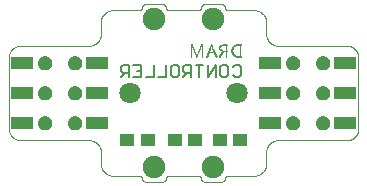
<source format=gbs>
G75*
%MOIN*%
%OFA0B0*%
%FSLAX25Y25*%
%IPPOS*%
%LPD*%
%AMOC8*
5,1,8,0,0,1.08239X$1,22.5*
%
%ADD10C,0.00000*%
%ADD11R,0.00300X0.00050*%
%ADD12R,0.00200X0.00050*%
%ADD13R,0.00250X0.00050*%
%ADD14R,0.00350X0.00050*%
%ADD15R,0.01400X0.00050*%
%ADD16R,0.01700X0.00050*%
%ADD17R,0.01900X0.00050*%
%ADD18R,0.02050X0.00050*%
%ADD19R,0.02150X0.00050*%
%ADD20R,0.00400X0.00050*%
%ADD21R,0.00900X0.00050*%
%ADD22R,0.00450X0.00050*%
%ADD23R,0.00700X0.00050*%
%ADD24R,0.00500X0.00050*%
%ADD25R,0.00600X0.00050*%
%ADD26R,0.00550X0.00050*%
%ADD27R,0.02350X0.00050*%
%ADD28R,0.02300X0.00050*%
%ADD29R,0.02250X0.00050*%
%ADD30R,0.02200X0.00050*%
%ADD31R,0.01650X0.00050*%
%ADD32R,0.01800X0.00050*%
%ADD33R,0.00750X0.00050*%
%ADD34R,0.00650X0.00050*%
%ADD35R,0.00850X0.00050*%
%ADD36R,0.02000X0.00050*%
%ADD37R,0.01750X0.00050*%
%ADD38R,0.01500X0.00050*%
%ADD39R,0.00150X0.00050*%
%ADD40C,0.00600*%
%ADD41R,0.04731X0.04337*%
%ADD42R,0.07487X0.03943*%
%ADD43C,0.04731*%
%ADD44C,0.07487*%
%ADD45C,0.07087*%
D10*
X0045791Y0032012D02*
X0045915Y0032010D01*
X0046038Y0032004D01*
X0046162Y0031995D01*
X0046284Y0031981D01*
X0046407Y0031964D01*
X0046529Y0031942D01*
X0046650Y0031917D01*
X0046770Y0031888D01*
X0046889Y0031856D01*
X0047008Y0031819D01*
X0047125Y0031779D01*
X0047240Y0031736D01*
X0047355Y0031688D01*
X0047467Y0031637D01*
X0047578Y0031583D01*
X0047688Y0031525D01*
X0047795Y0031464D01*
X0047901Y0031399D01*
X0048004Y0031331D01*
X0048105Y0031260D01*
X0048204Y0031186D01*
X0048301Y0031109D01*
X0048395Y0031028D01*
X0048486Y0030945D01*
X0048575Y0030859D01*
X0048661Y0030770D01*
X0048744Y0030679D01*
X0048825Y0030585D01*
X0048902Y0030488D01*
X0048976Y0030389D01*
X0049047Y0030288D01*
X0049115Y0030185D01*
X0049180Y0030079D01*
X0049241Y0029972D01*
X0049299Y0029862D01*
X0049353Y0029751D01*
X0049404Y0029639D01*
X0049452Y0029524D01*
X0049495Y0029409D01*
X0049535Y0029292D01*
X0049572Y0029173D01*
X0049604Y0029054D01*
X0049633Y0028934D01*
X0049658Y0028813D01*
X0049680Y0028691D01*
X0049697Y0028568D01*
X0049711Y0028446D01*
X0049720Y0028322D01*
X0049726Y0028199D01*
X0049728Y0028075D01*
X0049728Y0024138D01*
X0049730Y0024014D01*
X0049736Y0023891D01*
X0049745Y0023767D01*
X0049759Y0023645D01*
X0049776Y0023522D01*
X0049798Y0023400D01*
X0049823Y0023279D01*
X0049852Y0023159D01*
X0049884Y0023040D01*
X0049921Y0022921D01*
X0049961Y0022804D01*
X0050004Y0022689D01*
X0050052Y0022574D01*
X0050103Y0022462D01*
X0050157Y0022351D01*
X0050215Y0022241D01*
X0050276Y0022134D01*
X0050341Y0022028D01*
X0050409Y0021925D01*
X0050480Y0021824D01*
X0050554Y0021725D01*
X0050631Y0021628D01*
X0050712Y0021534D01*
X0050795Y0021443D01*
X0050881Y0021354D01*
X0050970Y0021268D01*
X0051061Y0021185D01*
X0051155Y0021104D01*
X0051252Y0021027D01*
X0051351Y0020953D01*
X0051452Y0020882D01*
X0051555Y0020814D01*
X0051661Y0020749D01*
X0051768Y0020688D01*
X0051878Y0020630D01*
X0051989Y0020576D01*
X0052101Y0020525D01*
X0052216Y0020477D01*
X0052331Y0020434D01*
X0052448Y0020394D01*
X0052567Y0020357D01*
X0052686Y0020325D01*
X0052806Y0020296D01*
X0052927Y0020271D01*
X0053049Y0020249D01*
X0053172Y0020232D01*
X0053294Y0020218D01*
X0053418Y0020209D01*
X0053541Y0020203D01*
X0053665Y0020201D01*
X0062524Y0020201D01*
X0062586Y0020199D01*
X0062647Y0020193D01*
X0062708Y0020184D01*
X0062769Y0020170D01*
X0062828Y0020153D01*
X0062886Y0020132D01*
X0062943Y0020107D01*
X0062998Y0020079D01*
X0063051Y0020048D01*
X0063102Y0020013D01*
X0063151Y0019975D01*
X0063198Y0019934D01*
X0063241Y0019891D01*
X0063282Y0019844D01*
X0063320Y0019795D01*
X0063355Y0019744D01*
X0063386Y0019691D01*
X0063414Y0019636D01*
X0063439Y0019579D01*
X0063460Y0019521D01*
X0063477Y0019462D01*
X0063491Y0019401D01*
X0063500Y0019340D01*
X0063506Y0019279D01*
X0063508Y0019217D01*
X0063510Y0019155D01*
X0063516Y0019094D01*
X0063525Y0019033D01*
X0063539Y0018972D01*
X0063556Y0018913D01*
X0063577Y0018855D01*
X0063602Y0018798D01*
X0063630Y0018743D01*
X0063661Y0018690D01*
X0063696Y0018639D01*
X0063734Y0018590D01*
X0063775Y0018543D01*
X0063818Y0018500D01*
X0063865Y0018459D01*
X0063914Y0018421D01*
X0063965Y0018386D01*
X0064018Y0018355D01*
X0064073Y0018327D01*
X0064130Y0018302D01*
X0064188Y0018281D01*
X0064247Y0018264D01*
X0064308Y0018250D01*
X0064369Y0018241D01*
X0064430Y0018235D01*
X0064492Y0018233D01*
X0064492Y0018232D02*
X0070398Y0018232D01*
X0070398Y0018233D02*
X0070460Y0018235D01*
X0070521Y0018241D01*
X0070582Y0018250D01*
X0070643Y0018264D01*
X0070702Y0018281D01*
X0070760Y0018302D01*
X0070817Y0018327D01*
X0070872Y0018355D01*
X0070925Y0018386D01*
X0070976Y0018421D01*
X0071025Y0018459D01*
X0071072Y0018500D01*
X0071115Y0018543D01*
X0071156Y0018590D01*
X0071194Y0018639D01*
X0071229Y0018690D01*
X0071260Y0018743D01*
X0071288Y0018798D01*
X0071313Y0018855D01*
X0071334Y0018913D01*
X0071351Y0018972D01*
X0071365Y0019033D01*
X0071374Y0019094D01*
X0071380Y0019155D01*
X0071382Y0019217D01*
X0071384Y0019279D01*
X0071390Y0019340D01*
X0071399Y0019401D01*
X0071413Y0019462D01*
X0071430Y0019521D01*
X0071451Y0019579D01*
X0071476Y0019636D01*
X0071504Y0019691D01*
X0071535Y0019744D01*
X0071570Y0019795D01*
X0071608Y0019844D01*
X0071649Y0019891D01*
X0071692Y0019934D01*
X0071739Y0019975D01*
X0071788Y0020013D01*
X0071839Y0020048D01*
X0071892Y0020079D01*
X0071947Y0020107D01*
X0072004Y0020132D01*
X0072062Y0020153D01*
X0072121Y0020170D01*
X0072182Y0020184D01*
X0072243Y0020193D01*
X0072304Y0020199D01*
X0072366Y0020201D01*
X0082209Y0020201D01*
X0082271Y0020199D01*
X0082332Y0020193D01*
X0082393Y0020184D01*
X0082454Y0020170D01*
X0082513Y0020153D01*
X0082571Y0020132D01*
X0082628Y0020107D01*
X0082683Y0020079D01*
X0082736Y0020048D01*
X0082787Y0020013D01*
X0082836Y0019975D01*
X0082883Y0019934D01*
X0082926Y0019891D01*
X0082967Y0019844D01*
X0083005Y0019795D01*
X0083040Y0019744D01*
X0083071Y0019691D01*
X0083099Y0019636D01*
X0083124Y0019579D01*
X0083145Y0019521D01*
X0083162Y0019462D01*
X0083176Y0019401D01*
X0083185Y0019340D01*
X0083191Y0019279D01*
X0083193Y0019217D01*
X0083195Y0019155D01*
X0083201Y0019094D01*
X0083210Y0019033D01*
X0083224Y0018972D01*
X0083241Y0018913D01*
X0083262Y0018855D01*
X0083287Y0018798D01*
X0083315Y0018743D01*
X0083346Y0018690D01*
X0083381Y0018639D01*
X0083419Y0018590D01*
X0083460Y0018543D01*
X0083503Y0018500D01*
X0083550Y0018459D01*
X0083599Y0018421D01*
X0083650Y0018386D01*
X0083703Y0018355D01*
X0083758Y0018327D01*
X0083815Y0018302D01*
X0083873Y0018281D01*
X0083932Y0018264D01*
X0083993Y0018250D01*
X0084054Y0018241D01*
X0084115Y0018235D01*
X0084177Y0018233D01*
X0084177Y0018232D02*
X0090083Y0018232D01*
X0090083Y0018233D02*
X0090145Y0018235D01*
X0090206Y0018241D01*
X0090267Y0018250D01*
X0090328Y0018264D01*
X0090387Y0018281D01*
X0090445Y0018302D01*
X0090502Y0018327D01*
X0090557Y0018355D01*
X0090610Y0018386D01*
X0090661Y0018421D01*
X0090710Y0018459D01*
X0090757Y0018500D01*
X0090800Y0018543D01*
X0090841Y0018590D01*
X0090879Y0018639D01*
X0090914Y0018690D01*
X0090945Y0018743D01*
X0090973Y0018798D01*
X0090998Y0018855D01*
X0091019Y0018913D01*
X0091036Y0018972D01*
X0091050Y0019033D01*
X0091059Y0019094D01*
X0091065Y0019155D01*
X0091067Y0019217D01*
X0091069Y0019279D01*
X0091075Y0019340D01*
X0091084Y0019401D01*
X0091098Y0019462D01*
X0091115Y0019521D01*
X0091136Y0019579D01*
X0091161Y0019636D01*
X0091189Y0019691D01*
X0091220Y0019744D01*
X0091255Y0019795D01*
X0091293Y0019844D01*
X0091334Y0019891D01*
X0091377Y0019934D01*
X0091424Y0019975D01*
X0091473Y0020013D01*
X0091524Y0020048D01*
X0091577Y0020079D01*
X0091632Y0020107D01*
X0091689Y0020132D01*
X0091747Y0020153D01*
X0091806Y0020170D01*
X0091867Y0020184D01*
X0091928Y0020193D01*
X0091989Y0020199D01*
X0092051Y0020201D01*
X0100909Y0020201D01*
X0101033Y0020203D01*
X0101156Y0020209D01*
X0101280Y0020218D01*
X0101402Y0020232D01*
X0101525Y0020249D01*
X0101647Y0020271D01*
X0101768Y0020296D01*
X0101888Y0020325D01*
X0102007Y0020357D01*
X0102126Y0020394D01*
X0102243Y0020434D01*
X0102358Y0020477D01*
X0102473Y0020525D01*
X0102585Y0020576D01*
X0102696Y0020630D01*
X0102806Y0020688D01*
X0102913Y0020749D01*
X0103019Y0020814D01*
X0103122Y0020882D01*
X0103223Y0020953D01*
X0103322Y0021027D01*
X0103419Y0021104D01*
X0103513Y0021185D01*
X0103604Y0021268D01*
X0103693Y0021354D01*
X0103779Y0021443D01*
X0103862Y0021534D01*
X0103943Y0021628D01*
X0104020Y0021725D01*
X0104094Y0021824D01*
X0104165Y0021925D01*
X0104233Y0022028D01*
X0104298Y0022134D01*
X0104359Y0022241D01*
X0104417Y0022351D01*
X0104471Y0022462D01*
X0104522Y0022574D01*
X0104570Y0022689D01*
X0104613Y0022804D01*
X0104653Y0022921D01*
X0104690Y0023040D01*
X0104722Y0023159D01*
X0104751Y0023279D01*
X0104776Y0023400D01*
X0104798Y0023522D01*
X0104815Y0023645D01*
X0104829Y0023767D01*
X0104838Y0023891D01*
X0104844Y0024014D01*
X0104846Y0024138D01*
X0104846Y0028075D01*
X0104848Y0028199D01*
X0104854Y0028322D01*
X0104863Y0028446D01*
X0104877Y0028568D01*
X0104894Y0028691D01*
X0104916Y0028813D01*
X0104941Y0028934D01*
X0104970Y0029054D01*
X0105002Y0029173D01*
X0105039Y0029292D01*
X0105079Y0029409D01*
X0105122Y0029524D01*
X0105170Y0029639D01*
X0105221Y0029751D01*
X0105275Y0029862D01*
X0105333Y0029972D01*
X0105394Y0030079D01*
X0105459Y0030185D01*
X0105527Y0030288D01*
X0105598Y0030389D01*
X0105672Y0030488D01*
X0105749Y0030585D01*
X0105830Y0030679D01*
X0105913Y0030770D01*
X0105999Y0030859D01*
X0106088Y0030945D01*
X0106179Y0031028D01*
X0106273Y0031109D01*
X0106370Y0031186D01*
X0106469Y0031260D01*
X0106570Y0031331D01*
X0106673Y0031399D01*
X0106779Y0031464D01*
X0106886Y0031525D01*
X0106996Y0031583D01*
X0107107Y0031637D01*
X0107219Y0031688D01*
X0107334Y0031736D01*
X0107449Y0031779D01*
X0107566Y0031819D01*
X0107685Y0031856D01*
X0107804Y0031888D01*
X0107924Y0031917D01*
X0108045Y0031942D01*
X0108167Y0031964D01*
X0108290Y0031981D01*
X0108412Y0031995D01*
X0108536Y0032004D01*
X0108659Y0032010D01*
X0108783Y0032012D01*
X0131618Y0032012D01*
X0131742Y0032014D01*
X0131865Y0032020D01*
X0131989Y0032029D01*
X0132111Y0032043D01*
X0132234Y0032060D01*
X0132356Y0032082D01*
X0132477Y0032107D01*
X0132597Y0032136D01*
X0132716Y0032168D01*
X0132835Y0032205D01*
X0132952Y0032245D01*
X0133067Y0032288D01*
X0133182Y0032336D01*
X0133294Y0032387D01*
X0133405Y0032441D01*
X0133515Y0032499D01*
X0133622Y0032560D01*
X0133728Y0032625D01*
X0133831Y0032693D01*
X0133932Y0032764D01*
X0134031Y0032838D01*
X0134128Y0032915D01*
X0134222Y0032996D01*
X0134313Y0033079D01*
X0134402Y0033165D01*
X0134488Y0033254D01*
X0134571Y0033345D01*
X0134652Y0033439D01*
X0134729Y0033536D01*
X0134803Y0033635D01*
X0134874Y0033736D01*
X0134942Y0033839D01*
X0135007Y0033945D01*
X0135068Y0034052D01*
X0135126Y0034162D01*
X0135180Y0034273D01*
X0135231Y0034385D01*
X0135279Y0034500D01*
X0135322Y0034615D01*
X0135362Y0034732D01*
X0135399Y0034851D01*
X0135431Y0034970D01*
X0135460Y0035090D01*
X0135485Y0035211D01*
X0135507Y0035333D01*
X0135524Y0035456D01*
X0135538Y0035578D01*
X0135547Y0035702D01*
X0135553Y0035825D01*
X0135555Y0035949D01*
X0135555Y0059571D01*
X0135553Y0059695D01*
X0135547Y0059818D01*
X0135538Y0059942D01*
X0135524Y0060064D01*
X0135507Y0060187D01*
X0135485Y0060309D01*
X0135460Y0060430D01*
X0135431Y0060550D01*
X0135399Y0060669D01*
X0135362Y0060788D01*
X0135322Y0060905D01*
X0135279Y0061020D01*
X0135231Y0061135D01*
X0135180Y0061247D01*
X0135126Y0061358D01*
X0135068Y0061468D01*
X0135007Y0061575D01*
X0134942Y0061681D01*
X0134874Y0061784D01*
X0134803Y0061885D01*
X0134729Y0061984D01*
X0134652Y0062081D01*
X0134571Y0062175D01*
X0134488Y0062266D01*
X0134402Y0062355D01*
X0134313Y0062441D01*
X0134222Y0062524D01*
X0134128Y0062605D01*
X0134031Y0062682D01*
X0133932Y0062756D01*
X0133831Y0062827D01*
X0133728Y0062895D01*
X0133622Y0062960D01*
X0133515Y0063021D01*
X0133405Y0063079D01*
X0133294Y0063133D01*
X0133182Y0063184D01*
X0133067Y0063232D01*
X0132952Y0063275D01*
X0132835Y0063315D01*
X0132716Y0063352D01*
X0132597Y0063384D01*
X0132477Y0063413D01*
X0132356Y0063438D01*
X0132234Y0063460D01*
X0132111Y0063477D01*
X0131989Y0063491D01*
X0131865Y0063500D01*
X0131742Y0063506D01*
X0131618Y0063508D01*
X0108783Y0063508D01*
X0108659Y0063510D01*
X0108536Y0063516D01*
X0108412Y0063525D01*
X0108290Y0063539D01*
X0108167Y0063556D01*
X0108045Y0063578D01*
X0107924Y0063603D01*
X0107804Y0063632D01*
X0107685Y0063664D01*
X0107566Y0063701D01*
X0107449Y0063741D01*
X0107334Y0063784D01*
X0107219Y0063832D01*
X0107107Y0063883D01*
X0106996Y0063937D01*
X0106886Y0063995D01*
X0106779Y0064056D01*
X0106673Y0064121D01*
X0106570Y0064189D01*
X0106469Y0064260D01*
X0106370Y0064334D01*
X0106273Y0064411D01*
X0106179Y0064492D01*
X0106088Y0064575D01*
X0105999Y0064661D01*
X0105913Y0064750D01*
X0105830Y0064841D01*
X0105749Y0064935D01*
X0105672Y0065032D01*
X0105598Y0065131D01*
X0105527Y0065232D01*
X0105459Y0065335D01*
X0105394Y0065441D01*
X0105333Y0065548D01*
X0105275Y0065658D01*
X0105221Y0065769D01*
X0105170Y0065881D01*
X0105122Y0065996D01*
X0105079Y0066111D01*
X0105039Y0066228D01*
X0105002Y0066347D01*
X0104970Y0066466D01*
X0104941Y0066586D01*
X0104916Y0066707D01*
X0104894Y0066829D01*
X0104877Y0066952D01*
X0104863Y0067074D01*
X0104854Y0067198D01*
X0104848Y0067321D01*
X0104846Y0067445D01*
X0104846Y0071382D01*
X0104844Y0071506D01*
X0104838Y0071629D01*
X0104829Y0071753D01*
X0104815Y0071875D01*
X0104798Y0071998D01*
X0104776Y0072120D01*
X0104751Y0072241D01*
X0104722Y0072361D01*
X0104690Y0072480D01*
X0104653Y0072599D01*
X0104613Y0072716D01*
X0104570Y0072831D01*
X0104522Y0072946D01*
X0104471Y0073058D01*
X0104417Y0073169D01*
X0104359Y0073279D01*
X0104298Y0073386D01*
X0104233Y0073492D01*
X0104165Y0073595D01*
X0104094Y0073696D01*
X0104020Y0073795D01*
X0103943Y0073892D01*
X0103862Y0073986D01*
X0103779Y0074077D01*
X0103693Y0074166D01*
X0103604Y0074252D01*
X0103513Y0074335D01*
X0103419Y0074416D01*
X0103322Y0074493D01*
X0103223Y0074567D01*
X0103122Y0074638D01*
X0103019Y0074706D01*
X0102913Y0074771D01*
X0102806Y0074832D01*
X0102696Y0074890D01*
X0102585Y0074944D01*
X0102473Y0074995D01*
X0102358Y0075043D01*
X0102243Y0075086D01*
X0102126Y0075126D01*
X0102007Y0075163D01*
X0101888Y0075195D01*
X0101768Y0075224D01*
X0101647Y0075249D01*
X0101525Y0075271D01*
X0101402Y0075288D01*
X0101280Y0075302D01*
X0101156Y0075311D01*
X0101033Y0075317D01*
X0100909Y0075319D01*
X0092051Y0075319D01*
X0091989Y0075321D01*
X0091928Y0075327D01*
X0091867Y0075336D01*
X0091806Y0075350D01*
X0091747Y0075367D01*
X0091689Y0075388D01*
X0091632Y0075413D01*
X0091577Y0075441D01*
X0091524Y0075472D01*
X0091473Y0075507D01*
X0091424Y0075545D01*
X0091377Y0075586D01*
X0091334Y0075629D01*
X0091293Y0075676D01*
X0091255Y0075725D01*
X0091220Y0075776D01*
X0091189Y0075829D01*
X0091161Y0075884D01*
X0091136Y0075941D01*
X0091115Y0075999D01*
X0091098Y0076058D01*
X0091084Y0076119D01*
X0091075Y0076180D01*
X0091069Y0076241D01*
X0091067Y0076303D01*
X0091065Y0076365D01*
X0091059Y0076426D01*
X0091050Y0076487D01*
X0091036Y0076548D01*
X0091019Y0076607D01*
X0090998Y0076665D01*
X0090973Y0076722D01*
X0090945Y0076777D01*
X0090914Y0076830D01*
X0090879Y0076881D01*
X0090841Y0076930D01*
X0090800Y0076977D01*
X0090757Y0077020D01*
X0090710Y0077061D01*
X0090661Y0077099D01*
X0090610Y0077134D01*
X0090557Y0077165D01*
X0090502Y0077193D01*
X0090445Y0077218D01*
X0090387Y0077239D01*
X0090328Y0077256D01*
X0090267Y0077270D01*
X0090206Y0077279D01*
X0090145Y0077285D01*
X0090083Y0077287D01*
X0084177Y0077287D01*
X0084115Y0077285D01*
X0084054Y0077279D01*
X0083993Y0077270D01*
X0083932Y0077256D01*
X0083873Y0077239D01*
X0083815Y0077218D01*
X0083758Y0077193D01*
X0083703Y0077165D01*
X0083650Y0077134D01*
X0083599Y0077099D01*
X0083550Y0077061D01*
X0083503Y0077020D01*
X0083460Y0076977D01*
X0083419Y0076930D01*
X0083381Y0076881D01*
X0083346Y0076830D01*
X0083315Y0076777D01*
X0083287Y0076722D01*
X0083262Y0076665D01*
X0083241Y0076607D01*
X0083224Y0076548D01*
X0083210Y0076487D01*
X0083201Y0076426D01*
X0083195Y0076365D01*
X0083193Y0076303D01*
X0083191Y0076241D01*
X0083185Y0076180D01*
X0083176Y0076119D01*
X0083162Y0076058D01*
X0083145Y0075999D01*
X0083124Y0075941D01*
X0083099Y0075884D01*
X0083071Y0075829D01*
X0083040Y0075776D01*
X0083005Y0075725D01*
X0082967Y0075676D01*
X0082926Y0075629D01*
X0082883Y0075586D01*
X0082836Y0075545D01*
X0082787Y0075507D01*
X0082736Y0075472D01*
X0082683Y0075441D01*
X0082628Y0075413D01*
X0082571Y0075388D01*
X0082513Y0075367D01*
X0082454Y0075350D01*
X0082393Y0075336D01*
X0082332Y0075327D01*
X0082271Y0075321D01*
X0082209Y0075319D01*
X0072366Y0075319D01*
X0072304Y0075321D01*
X0072243Y0075327D01*
X0072182Y0075336D01*
X0072121Y0075350D01*
X0072062Y0075367D01*
X0072004Y0075388D01*
X0071947Y0075413D01*
X0071892Y0075441D01*
X0071839Y0075472D01*
X0071788Y0075507D01*
X0071739Y0075545D01*
X0071692Y0075586D01*
X0071649Y0075629D01*
X0071608Y0075676D01*
X0071570Y0075725D01*
X0071535Y0075776D01*
X0071504Y0075829D01*
X0071476Y0075884D01*
X0071451Y0075941D01*
X0071430Y0075999D01*
X0071413Y0076058D01*
X0071399Y0076119D01*
X0071390Y0076180D01*
X0071384Y0076241D01*
X0071382Y0076303D01*
X0071380Y0076365D01*
X0071374Y0076426D01*
X0071365Y0076487D01*
X0071351Y0076548D01*
X0071334Y0076607D01*
X0071313Y0076665D01*
X0071288Y0076722D01*
X0071260Y0076777D01*
X0071229Y0076830D01*
X0071194Y0076881D01*
X0071156Y0076930D01*
X0071115Y0076977D01*
X0071072Y0077020D01*
X0071025Y0077061D01*
X0070976Y0077099D01*
X0070925Y0077134D01*
X0070872Y0077165D01*
X0070817Y0077193D01*
X0070760Y0077218D01*
X0070702Y0077239D01*
X0070643Y0077256D01*
X0070582Y0077270D01*
X0070521Y0077279D01*
X0070460Y0077285D01*
X0070398Y0077287D01*
X0064492Y0077287D01*
X0064430Y0077285D01*
X0064369Y0077279D01*
X0064308Y0077270D01*
X0064247Y0077256D01*
X0064188Y0077239D01*
X0064130Y0077218D01*
X0064073Y0077193D01*
X0064018Y0077165D01*
X0063965Y0077134D01*
X0063914Y0077099D01*
X0063865Y0077061D01*
X0063818Y0077020D01*
X0063775Y0076977D01*
X0063734Y0076930D01*
X0063696Y0076881D01*
X0063661Y0076830D01*
X0063630Y0076777D01*
X0063602Y0076722D01*
X0063577Y0076665D01*
X0063556Y0076607D01*
X0063539Y0076548D01*
X0063525Y0076487D01*
X0063516Y0076426D01*
X0063510Y0076365D01*
X0063508Y0076303D01*
X0063506Y0076241D01*
X0063500Y0076180D01*
X0063491Y0076119D01*
X0063477Y0076058D01*
X0063460Y0075999D01*
X0063439Y0075941D01*
X0063414Y0075884D01*
X0063386Y0075829D01*
X0063355Y0075776D01*
X0063320Y0075725D01*
X0063282Y0075676D01*
X0063241Y0075629D01*
X0063198Y0075586D01*
X0063151Y0075545D01*
X0063102Y0075507D01*
X0063051Y0075472D01*
X0062998Y0075441D01*
X0062943Y0075413D01*
X0062886Y0075388D01*
X0062828Y0075367D01*
X0062769Y0075350D01*
X0062708Y0075336D01*
X0062647Y0075327D01*
X0062586Y0075321D01*
X0062524Y0075319D01*
X0053665Y0075319D01*
X0053541Y0075317D01*
X0053418Y0075311D01*
X0053294Y0075302D01*
X0053172Y0075288D01*
X0053049Y0075271D01*
X0052927Y0075249D01*
X0052806Y0075224D01*
X0052686Y0075195D01*
X0052567Y0075163D01*
X0052448Y0075126D01*
X0052331Y0075086D01*
X0052216Y0075043D01*
X0052101Y0074995D01*
X0051989Y0074944D01*
X0051878Y0074890D01*
X0051768Y0074832D01*
X0051661Y0074771D01*
X0051555Y0074706D01*
X0051452Y0074638D01*
X0051351Y0074567D01*
X0051252Y0074493D01*
X0051155Y0074416D01*
X0051061Y0074335D01*
X0050970Y0074252D01*
X0050881Y0074166D01*
X0050795Y0074077D01*
X0050712Y0073986D01*
X0050631Y0073892D01*
X0050554Y0073795D01*
X0050480Y0073696D01*
X0050409Y0073595D01*
X0050341Y0073492D01*
X0050276Y0073386D01*
X0050215Y0073279D01*
X0050157Y0073169D01*
X0050103Y0073058D01*
X0050052Y0072946D01*
X0050004Y0072831D01*
X0049961Y0072716D01*
X0049921Y0072599D01*
X0049884Y0072480D01*
X0049852Y0072361D01*
X0049823Y0072241D01*
X0049798Y0072120D01*
X0049776Y0071998D01*
X0049759Y0071875D01*
X0049745Y0071753D01*
X0049736Y0071629D01*
X0049730Y0071506D01*
X0049728Y0071382D01*
X0049728Y0067445D01*
X0049726Y0067321D01*
X0049720Y0067198D01*
X0049711Y0067074D01*
X0049697Y0066952D01*
X0049680Y0066829D01*
X0049658Y0066707D01*
X0049633Y0066586D01*
X0049604Y0066466D01*
X0049572Y0066347D01*
X0049535Y0066228D01*
X0049495Y0066111D01*
X0049452Y0065996D01*
X0049404Y0065881D01*
X0049353Y0065769D01*
X0049299Y0065658D01*
X0049241Y0065548D01*
X0049180Y0065441D01*
X0049115Y0065335D01*
X0049047Y0065232D01*
X0048976Y0065131D01*
X0048902Y0065032D01*
X0048825Y0064935D01*
X0048744Y0064841D01*
X0048661Y0064750D01*
X0048575Y0064661D01*
X0048486Y0064575D01*
X0048395Y0064492D01*
X0048301Y0064411D01*
X0048204Y0064334D01*
X0048105Y0064260D01*
X0048004Y0064189D01*
X0047901Y0064121D01*
X0047795Y0064056D01*
X0047688Y0063995D01*
X0047578Y0063937D01*
X0047467Y0063883D01*
X0047355Y0063832D01*
X0047240Y0063784D01*
X0047125Y0063741D01*
X0047008Y0063701D01*
X0046889Y0063664D01*
X0046770Y0063632D01*
X0046650Y0063603D01*
X0046529Y0063578D01*
X0046407Y0063556D01*
X0046284Y0063539D01*
X0046162Y0063525D01*
X0046038Y0063516D01*
X0045915Y0063510D01*
X0045791Y0063508D01*
X0022957Y0063508D01*
X0022833Y0063506D01*
X0022710Y0063500D01*
X0022586Y0063491D01*
X0022464Y0063477D01*
X0022341Y0063460D01*
X0022219Y0063438D01*
X0022098Y0063413D01*
X0021978Y0063384D01*
X0021859Y0063352D01*
X0021740Y0063315D01*
X0021623Y0063275D01*
X0021508Y0063232D01*
X0021393Y0063184D01*
X0021281Y0063133D01*
X0021170Y0063079D01*
X0021060Y0063021D01*
X0020953Y0062960D01*
X0020847Y0062895D01*
X0020744Y0062827D01*
X0020643Y0062756D01*
X0020544Y0062682D01*
X0020447Y0062605D01*
X0020353Y0062524D01*
X0020262Y0062441D01*
X0020173Y0062355D01*
X0020087Y0062266D01*
X0020004Y0062175D01*
X0019923Y0062081D01*
X0019846Y0061984D01*
X0019772Y0061885D01*
X0019701Y0061784D01*
X0019633Y0061681D01*
X0019568Y0061575D01*
X0019507Y0061468D01*
X0019449Y0061358D01*
X0019395Y0061247D01*
X0019344Y0061135D01*
X0019296Y0061020D01*
X0019253Y0060905D01*
X0019213Y0060788D01*
X0019176Y0060669D01*
X0019144Y0060550D01*
X0019115Y0060430D01*
X0019090Y0060309D01*
X0019068Y0060187D01*
X0019051Y0060064D01*
X0019037Y0059942D01*
X0019028Y0059818D01*
X0019022Y0059695D01*
X0019020Y0059571D01*
X0019020Y0035949D01*
X0019022Y0035825D01*
X0019028Y0035702D01*
X0019037Y0035578D01*
X0019051Y0035456D01*
X0019068Y0035333D01*
X0019090Y0035211D01*
X0019115Y0035090D01*
X0019144Y0034970D01*
X0019176Y0034851D01*
X0019213Y0034732D01*
X0019253Y0034615D01*
X0019296Y0034500D01*
X0019344Y0034385D01*
X0019395Y0034273D01*
X0019449Y0034162D01*
X0019507Y0034052D01*
X0019568Y0033945D01*
X0019633Y0033839D01*
X0019701Y0033736D01*
X0019772Y0033635D01*
X0019846Y0033536D01*
X0019923Y0033439D01*
X0020004Y0033345D01*
X0020087Y0033254D01*
X0020173Y0033165D01*
X0020262Y0033079D01*
X0020353Y0032996D01*
X0020447Y0032915D01*
X0020544Y0032838D01*
X0020643Y0032764D01*
X0020744Y0032693D01*
X0020847Y0032625D01*
X0020953Y0032560D01*
X0021060Y0032499D01*
X0021170Y0032441D01*
X0021281Y0032387D01*
X0021393Y0032336D01*
X0021508Y0032288D01*
X0021623Y0032245D01*
X0021740Y0032205D01*
X0021859Y0032168D01*
X0021978Y0032136D01*
X0022098Y0032107D01*
X0022219Y0032082D01*
X0022341Y0032060D01*
X0022464Y0032043D01*
X0022586Y0032029D01*
X0022710Y0032020D01*
X0022833Y0032014D01*
X0022957Y0032012D01*
X0045791Y0032012D01*
X0038784Y0037760D02*
X0038786Y0037853D01*
X0038792Y0037945D01*
X0038802Y0038037D01*
X0038816Y0038128D01*
X0038833Y0038219D01*
X0038855Y0038309D01*
X0038880Y0038398D01*
X0038909Y0038486D01*
X0038942Y0038572D01*
X0038979Y0038657D01*
X0039019Y0038741D01*
X0039063Y0038822D01*
X0039110Y0038902D01*
X0039160Y0038980D01*
X0039214Y0039055D01*
X0039271Y0039128D01*
X0039331Y0039198D01*
X0039394Y0039266D01*
X0039460Y0039331D01*
X0039528Y0039393D01*
X0039599Y0039453D01*
X0039673Y0039509D01*
X0039749Y0039562D01*
X0039827Y0039611D01*
X0039907Y0039658D01*
X0039989Y0039700D01*
X0040073Y0039740D01*
X0040158Y0039775D01*
X0040245Y0039807D01*
X0040333Y0039836D01*
X0040422Y0039860D01*
X0040512Y0039881D01*
X0040603Y0039897D01*
X0040695Y0039910D01*
X0040787Y0039919D01*
X0040880Y0039924D01*
X0040972Y0039925D01*
X0041065Y0039922D01*
X0041157Y0039915D01*
X0041249Y0039904D01*
X0041340Y0039889D01*
X0041431Y0039871D01*
X0041521Y0039848D01*
X0041609Y0039822D01*
X0041697Y0039792D01*
X0041783Y0039758D01*
X0041867Y0039721D01*
X0041950Y0039679D01*
X0042031Y0039635D01*
X0042111Y0039587D01*
X0042188Y0039536D01*
X0042262Y0039481D01*
X0042335Y0039423D01*
X0042405Y0039363D01*
X0042472Y0039299D01*
X0042536Y0039233D01*
X0042598Y0039163D01*
X0042656Y0039092D01*
X0042711Y0039018D01*
X0042763Y0038941D01*
X0042812Y0038862D01*
X0042858Y0038782D01*
X0042900Y0038699D01*
X0042938Y0038615D01*
X0042973Y0038529D01*
X0043004Y0038442D01*
X0043031Y0038354D01*
X0043054Y0038264D01*
X0043074Y0038174D01*
X0043090Y0038083D01*
X0043102Y0037991D01*
X0043110Y0037899D01*
X0043114Y0037806D01*
X0043114Y0037714D01*
X0043110Y0037621D01*
X0043102Y0037529D01*
X0043090Y0037437D01*
X0043074Y0037346D01*
X0043054Y0037256D01*
X0043031Y0037166D01*
X0043004Y0037078D01*
X0042973Y0036991D01*
X0042938Y0036905D01*
X0042900Y0036821D01*
X0042858Y0036738D01*
X0042812Y0036658D01*
X0042763Y0036579D01*
X0042711Y0036502D01*
X0042656Y0036428D01*
X0042598Y0036357D01*
X0042536Y0036287D01*
X0042472Y0036221D01*
X0042405Y0036157D01*
X0042335Y0036097D01*
X0042262Y0036039D01*
X0042188Y0035984D01*
X0042111Y0035933D01*
X0042032Y0035885D01*
X0041950Y0035841D01*
X0041867Y0035799D01*
X0041783Y0035762D01*
X0041697Y0035728D01*
X0041609Y0035698D01*
X0041521Y0035672D01*
X0041431Y0035649D01*
X0041340Y0035631D01*
X0041249Y0035616D01*
X0041157Y0035605D01*
X0041065Y0035598D01*
X0040972Y0035595D01*
X0040880Y0035596D01*
X0040787Y0035601D01*
X0040695Y0035610D01*
X0040603Y0035623D01*
X0040512Y0035639D01*
X0040422Y0035660D01*
X0040333Y0035684D01*
X0040245Y0035713D01*
X0040158Y0035745D01*
X0040073Y0035780D01*
X0039989Y0035820D01*
X0039907Y0035862D01*
X0039827Y0035909D01*
X0039749Y0035958D01*
X0039673Y0036011D01*
X0039599Y0036067D01*
X0039528Y0036127D01*
X0039460Y0036189D01*
X0039394Y0036254D01*
X0039331Y0036322D01*
X0039271Y0036392D01*
X0039214Y0036465D01*
X0039160Y0036540D01*
X0039110Y0036618D01*
X0039063Y0036698D01*
X0039019Y0036779D01*
X0038979Y0036863D01*
X0038942Y0036948D01*
X0038909Y0037034D01*
X0038880Y0037122D01*
X0038855Y0037211D01*
X0038833Y0037301D01*
X0038816Y0037392D01*
X0038802Y0037483D01*
X0038792Y0037575D01*
X0038786Y0037667D01*
X0038784Y0037760D01*
X0028784Y0037760D02*
X0028786Y0037853D01*
X0028792Y0037945D01*
X0028802Y0038037D01*
X0028816Y0038128D01*
X0028833Y0038219D01*
X0028855Y0038309D01*
X0028880Y0038398D01*
X0028909Y0038486D01*
X0028942Y0038572D01*
X0028979Y0038657D01*
X0029019Y0038741D01*
X0029063Y0038822D01*
X0029110Y0038902D01*
X0029160Y0038980D01*
X0029214Y0039055D01*
X0029271Y0039128D01*
X0029331Y0039198D01*
X0029394Y0039266D01*
X0029460Y0039331D01*
X0029528Y0039393D01*
X0029599Y0039453D01*
X0029673Y0039509D01*
X0029749Y0039562D01*
X0029827Y0039611D01*
X0029907Y0039658D01*
X0029989Y0039700D01*
X0030073Y0039740D01*
X0030158Y0039775D01*
X0030245Y0039807D01*
X0030333Y0039836D01*
X0030422Y0039860D01*
X0030512Y0039881D01*
X0030603Y0039897D01*
X0030695Y0039910D01*
X0030787Y0039919D01*
X0030880Y0039924D01*
X0030972Y0039925D01*
X0031065Y0039922D01*
X0031157Y0039915D01*
X0031249Y0039904D01*
X0031340Y0039889D01*
X0031431Y0039871D01*
X0031521Y0039848D01*
X0031609Y0039822D01*
X0031697Y0039792D01*
X0031783Y0039758D01*
X0031867Y0039721D01*
X0031950Y0039679D01*
X0032031Y0039635D01*
X0032111Y0039587D01*
X0032188Y0039536D01*
X0032262Y0039481D01*
X0032335Y0039423D01*
X0032405Y0039363D01*
X0032472Y0039299D01*
X0032536Y0039233D01*
X0032598Y0039163D01*
X0032656Y0039092D01*
X0032711Y0039018D01*
X0032763Y0038941D01*
X0032812Y0038862D01*
X0032858Y0038782D01*
X0032900Y0038699D01*
X0032938Y0038615D01*
X0032973Y0038529D01*
X0033004Y0038442D01*
X0033031Y0038354D01*
X0033054Y0038264D01*
X0033074Y0038174D01*
X0033090Y0038083D01*
X0033102Y0037991D01*
X0033110Y0037899D01*
X0033114Y0037806D01*
X0033114Y0037714D01*
X0033110Y0037621D01*
X0033102Y0037529D01*
X0033090Y0037437D01*
X0033074Y0037346D01*
X0033054Y0037256D01*
X0033031Y0037166D01*
X0033004Y0037078D01*
X0032973Y0036991D01*
X0032938Y0036905D01*
X0032900Y0036821D01*
X0032858Y0036738D01*
X0032812Y0036658D01*
X0032763Y0036579D01*
X0032711Y0036502D01*
X0032656Y0036428D01*
X0032598Y0036357D01*
X0032536Y0036287D01*
X0032472Y0036221D01*
X0032405Y0036157D01*
X0032335Y0036097D01*
X0032262Y0036039D01*
X0032188Y0035984D01*
X0032111Y0035933D01*
X0032032Y0035885D01*
X0031950Y0035841D01*
X0031867Y0035799D01*
X0031783Y0035762D01*
X0031697Y0035728D01*
X0031609Y0035698D01*
X0031521Y0035672D01*
X0031431Y0035649D01*
X0031340Y0035631D01*
X0031249Y0035616D01*
X0031157Y0035605D01*
X0031065Y0035598D01*
X0030972Y0035595D01*
X0030880Y0035596D01*
X0030787Y0035601D01*
X0030695Y0035610D01*
X0030603Y0035623D01*
X0030512Y0035639D01*
X0030422Y0035660D01*
X0030333Y0035684D01*
X0030245Y0035713D01*
X0030158Y0035745D01*
X0030073Y0035780D01*
X0029989Y0035820D01*
X0029907Y0035862D01*
X0029827Y0035909D01*
X0029749Y0035958D01*
X0029673Y0036011D01*
X0029599Y0036067D01*
X0029528Y0036127D01*
X0029460Y0036189D01*
X0029394Y0036254D01*
X0029331Y0036322D01*
X0029271Y0036392D01*
X0029214Y0036465D01*
X0029160Y0036540D01*
X0029110Y0036618D01*
X0029063Y0036698D01*
X0029019Y0036779D01*
X0028979Y0036863D01*
X0028942Y0036948D01*
X0028909Y0037034D01*
X0028880Y0037122D01*
X0028855Y0037211D01*
X0028833Y0037301D01*
X0028816Y0037392D01*
X0028802Y0037483D01*
X0028792Y0037575D01*
X0028786Y0037667D01*
X0028784Y0037760D01*
X0028784Y0047760D02*
X0028786Y0047853D01*
X0028792Y0047945D01*
X0028802Y0048037D01*
X0028816Y0048128D01*
X0028833Y0048219D01*
X0028855Y0048309D01*
X0028880Y0048398D01*
X0028909Y0048486D01*
X0028942Y0048572D01*
X0028979Y0048657D01*
X0029019Y0048741D01*
X0029063Y0048822D01*
X0029110Y0048902D01*
X0029160Y0048980D01*
X0029214Y0049055D01*
X0029271Y0049128D01*
X0029331Y0049198D01*
X0029394Y0049266D01*
X0029460Y0049331D01*
X0029528Y0049393D01*
X0029599Y0049453D01*
X0029673Y0049509D01*
X0029749Y0049562D01*
X0029827Y0049611D01*
X0029907Y0049658D01*
X0029989Y0049700D01*
X0030073Y0049740D01*
X0030158Y0049775D01*
X0030245Y0049807D01*
X0030333Y0049836D01*
X0030422Y0049860D01*
X0030512Y0049881D01*
X0030603Y0049897D01*
X0030695Y0049910D01*
X0030787Y0049919D01*
X0030880Y0049924D01*
X0030972Y0049925D01*
X0031065Y0049922D01*
X0031157Y0049915D01*
X0031249Y0049904D01*
X0031340Y0049889D01*
X0031431Y0049871D01*
X0031521Y0049848D01*
X0031609Y0049822D01*
X0031697Y0049792D01*
X0031783Y0049758D01*
X0031867Y0049721D01*
X0031950Y0049679D01*
X0032031Y0049635D01*
X0032111Y0049587D01*
X0032188Y0049536D01*
X0032262Y0049481D01*
X0032335Y0049423D01*
X0032405Y0049363D01*
X0032472Y0049299D01*
X0032536Y0049233D01*
X0032598Y0049163D01*
X0032656Y0049092D01*
X0032711Y0049018D01*
X0032763Y0048941D01*
X0032812Y0048862D01*
X0032858Y0048782D01*
X0032900Y0048699D01*
X0032938Y0048615D01*
X0032973Y0048529D01*
X0033004Y0048442D01*
X0033031Y0048354D01*
X0033054Y0048264D01*
X0033074Y0048174D01*
X0033090Y0048083D01*
X0033102Y0047991D01*
X0033110Y0047899D01*
X0033114Y0047806D01*
X0033114Y0047714D01*
X0033110Y0047621D01*
X0033102Y0047529D01*
X0033090Y0047437D01*
X0033074Y0047346D01*
X0033054Y0047256D01*
X0033031Y0047166D01*
X0033004Y0047078D01*
X0032973Y0046991D01*
X0032938Y0046905D01*
X0032900Y0046821D01*
X0032858Y0046738D01*
X0032812Y0046658D01*
X0032763Y0046579D01*
X0032711Y0046502D01*
X0032656Y0046428D01*
X0032598Y0046357D01*
X0032536Y0046287D01*
X0032472Y0046221D01*
X0032405Y0046157D01*
X0032335Y0046097D01*
X0032262Y0046039D01*
X0032188Y0045984D01*
X0032111Y0045933D01*
X0032032Y0045885D01*
X0031950Y0045841D01*
X0031867Y0045799D01*
X0031783Y0045762D01*
X0031697Y0045728D01*
X0031609Y0045698D01*
X0031521Y0045672D01*
X0031431Y0045649D01*
X0031340Y0045631D01*
X0031249Y0045616D01*
X0031157Y0045605D01*
X0031065Y0045598D01*
X0030972Y0045595D01*
X0030880Y0045596D01*
X0030787Y0045601D01*
X0030695Y0045610D01*
X0030603Y0045623D01*
X0030512Y0045639D01*
X0030422Y0045660D01*
X0030333Y0045684D01*
X0030245Y0045713D01*
X0030158Y0045745D01*
X0030073Y0045780D01*
X0029989Y0045820D01*
X0029907Y0045862D01*
X0029827Y0045909D01*
X0029749Y0045958D01*
X0029673Y0046011D01*
X0029599Y0046067D01*
X0029528Y0046127D01*
X0029460Y0046189D01*
X0029394Y0046254D01*
X0029331Y0046322D01*
X0029271Y0046392D01*
X0029214Y0046465D01*
X0029160Y0046540D01*
X0029110Y0046618D01*
X0029063Y0046698D01*
X0029019Y0046779D01*
X0028979Y0046863D01*
X0028942Y0046948D01*
X0028909Y0047034D01*
X0028880Y0047122D01*
X0028855Y0047211D01*
X0028833Y0047301D01*
X0028816Y0047392D01*
X0028802Y0047483D01*
X0028792Y0047575D01*
X0028786Y0047667D01*
X0028784Y0047760D01*
X0038784Y0047760D02*
X0038786Y0047853D01*
X0038792Y0047945D01*
X0038802Y0048037D01*
X0038816Y0048128D01*
X0038833Y0048219D01*
X0038855Y0048309D01*
X0038880Y0048398D01*
X0038909Y0048486D01*
X0038942Y0048572D01*
X0038979Y0048657D01*
X0039019Y0048741D01*
X0039063Y0048822D01*
X0039110Y0048902D01*
X0039160Y0048980D01*
X0039214Y0049055D01*
X0039271Y0049128D01*
X0039331Y0049198D01*
X0039394Y0049266D01*
X0039460Y0049331D01*
X0039528Y0049393D01*
X0039599Y0049453D01*
X0039673Y0049509D01*
X0039749Y0049562D01*
X0039827Y0049611D01*
X0039907Y0049658D01*
X0039989Y0049700D01*
X0040073Y0049740D01*
X0040158Y0049775D01*
X0040245Y0049807D01*
X0040333Y0049836D01*
X0040422Y0049860D01*
X0040512Y0049881D01*
X0040603Y0049897D01*
X0040695Y0049910D01*
X0040787Y0049919D01*
X0040880Y0049924D01*
X0040972Y0049925D01*
X0041065Y0049922D01*
X0041157Y0049915D01*
X0041249Y0049904D01*
X0041340Y0049889D01*
X0041431Y0049871D01*
X0041521Y0049848D01*
X0041609Y0049822D01*
X0041697Y0049792D01*
X0041783Y0049758D01*
X0041867Y0049721D01*
X0041950Y0049679D01*
X0042031Y0049635D01*
X0042111Y0049587D01*
X0042188Y0049536D01*
X0042262Y0049481D01*
X0042335Y0049423D01*
X0042405Y0049363D01*
X0042472Y0049299D01*
X0042536Y0049233D01*
X0042598Y0049163D01*
X0042656Y0049092D01*
X0042711Y0049018D01*
X0042763Y0048941D01*
X0042812Y0048862D01*
X0042858Y0048782D01*
X0042900Y0048699D01*
X0042938Y0048615D01*
X0042973Y0048529D01*
X0043004Y0048442D01*
X0043031Y0048354D01*
X0043054Y0048264D01*
X0043074Y0048174D01*
X0043090Y0048083D01*
X0043102Y0047991D01*
X0043110Y0047899D01*
X0043114Y0047806D01*
X0043114Y0047714D01*
X0043110Y0047621D01*
X0043102Y0047529D01*
X0043090Y0047437D01*
X0043074Y0047346D01*
X0043054Y0047256D01*
X0043031Y0047166D01*
X0043004Y0047078D01*
X0042973Y0046991D01*
X0042938Y0046905D01*
X0042900Y0046821D01*
X0042858Y0046738D01*
X0042812Y0046658D01*
X0042763Y0046579D01*
X0042711Y0046502D01*
X0042656Y0046428D01*
X0042598Y0046357D01*
X0042536Y0046287D01*
X0042472Y0046221D01*
X0042405Y0046157D01*
X0042335Y0046097D01*
X0042262Y0046039D01*
X0042188Y0045984D01*
X0042111Y0045933D01*
X0042032Y0045885D01*
X0041950Y0045841D01*
X0041867Y0045799D01*
X0041783Y0045762D01*
X0041697Y0045728D01*
X0041609Y0045698D01*
X0041521Y0045672D01*
X0041431Y0045649D01*
X0041340Y0045631D01*
X0041249Y0045616D01*
X0041157Y0045605D01*
X0041065Y0045598D01*
X0040972Y0045595D01*
X0040880Y0045596D01*
X0040787Y0045601D01*
X0040695Y0045610D01*
X0040603Y0045623D01*
X0040512Y0045639D01*
X0040422Y0045660D01*
X0040333Y0045684D01*
X0040245Y0045713D01*
X0040158Y0045745D01*
X0040073Y0045780D01*
X0039989Y0045820D01*
X0039907Y0045862D01*
X0039827Y0045909D01*
X0039749Y0045958D01*
X0039673Y0046011D01*
X0039599Y0046067D01*
X0039528Y0046127D01*
X0039460Y0046189D01*
X0039394Y0046254D01*
X0039331Y0046322D01*
X0039271Y0046392D01*
X0039214Y0046465D01*
X0039160Y0046540D01*
X0039110Y0046618D01*
X0039063Y0046698D01*
X0039019Y0046779D01*
X0038979Y0046863D01*
X0038942Y0046948D01*
X0038909Y0047034D01*
X0038880Y0047122D01*
X0038855Y0047211D01*
X0038833Y0047301D01*
X0038816Y0047392D01*
X0038802Y0047483D01*
X0038792Y0047575D01*
X0038786Y0047667D01*
X0038784Y0047760D01*
X0038784Y0057760D02*
X0038786Y0057853D01*
X0038792Y0057945D01*
X0038802Y0058037D01*
X0038816Y0058128D01*
X0038833Y0058219D01*
X0038855Y0058309D01*
X0038880Y0058398D01*
X0038909Y0058486D01*
X0038942Y0058572D01*
X0038979Y0058657D01*
X0039019Y0058741D01*
X0039063Y0058822D01*
X0039110Y0058902D01*
X0039160Y0058980D01*
X0039214Y0059055D01*
X0039271Y0059128D01*
X0039331Y0059198D01*
X0039394Y0059266D01*
X0039460Y0059331D01*
X0039528Y0059393D01*
X0039599Y0059453D01*
X0039673Y0059509D01*
X0039749Y0059562D01*
X0039827Y0059611D01*
X0039907Y0059658D01*
X0039989Y0059700D01*
X0040073Y0059740D01*
X0040158Y0059775D01*
X0040245Y0059807D01*
X0040333Y0059836D01*
X0040422Y0059860D01*
X0040512Y0059881D01*
X0040603Y0059897D01*
X0040695Y0059910D01*
X0040787Y0059919D01*
X0040880Y0059924D01*
X0040972Y0059925D01*
X0041065Y0059922D01*
X0041157Y0059915D01*
X0041249Y0059904D01*
X0041340Y0059889D01*
X0041431Y0059871D01*
X0041521Y0059848D01*
X0041609Y0059822D01*
X0041697Y0059792D01*
X0041783Y0059758D01*
X0041867Y0059721D01*
X0041950Y0059679D01*
X0042031Y0059635D01*
X0042111Y0059587D01*
X0042188Y0059536D01*
X0042262Y0059481D01*
X0042335Y0059423D01*
X0042405Y0059363D01*
X0042472Y0059299D01*
X0042536Y0059233D01*
X0042598Y0059163D01*
X0042656Y0059092D01*
X0042711Y0059018D01*
X0042763Y0058941D01*
X0042812Y0058862D01*
X0042858Y0058782D01*
X0042900Y0058699D01*
X0042938Y0058615D01*
X0042973Y0058529D01*
X0043004Y0058442D01*
X0043031Y0058354D01*
X0043054Y0058264D01*
X0043074Y0058174D01*
X0043090Y0058083D01*
X0043102Y0057991D01*
X0043110Y0057899D01*
X0043114Y0057806D01*
X0043114Y0057714D01*
X0043110Y0057621D01*
X0043102Y0057529D01*
X0043090Y0057437D01*
X0043074Y0057346D01*
X0043054Y0057256D01*
X0043031Y0057166D01*
X0043004Y0057078D01*
X0042973Y0056991D01*
X0042938Y0056905D01*
X0042900Y0056821D01*
X0042858Y0056738D01*
X0042812Y0056658D01*
X0042763Y0056579D01*
X0042711Y0056502D01*
X0042656Y0056428D01*
X0042598Y0056357D01*
X0042536Y0056287D01*
X0042472Y0056221D01*
X0042405Y0056157D01*
X0042335Y0056097D01*
X0042262Y0056039D01*
X0042188Y0055984D01*
X0042111Y0055933D01*
X0042032Y0055885D01*
X0041950Y0055841D01*
X0041867Y0055799D01*
X0041783Y0055762D01*
X0041697Y0055728D01*
X0041609Y0055698D01*
X0041521Y0055672D01*
X0041431Y0055649D01*
X0041340Y0055631D01*
X0041249Y0055616D01*
X0041157Y0055605D01*
X0041065Y0055598D01*
X0040972Y0055595D01*
X0040880Y0055596D01*
X0040787Y0055601D01*
X0040695Y0055610D01*
X0040603Y0055623D01*
X0040512Y0055639D01*
X0040422Y0055660D01*
X0040333Y0055684D01*
X0040245Y0055713D01*
X0040158Y0055745D01*
X0040073Y0055780D01*
X0039989Y0055820D01*
X0039907Y0055862D01*
X0039827Y0055909D01*
X0039749Y0055958D01*
X0039673Y0056011D01*
X0039599Y0056067D01*
X0039528Y0056127D01*
X0039460Y0056189D01*
X0039394Y0056254D01*
X0039331Y0056322D01*
X0039271Y0056392D01*
X0039214Y0056465D01*
X0039160Y0056540D01*
X0039110Y0056618D01*
X0039063Y0056698D01*
X0039019Y0056779D01*
X0038979Y0056863D01*
X0038942Y0056948D01*
X0038909Y0057034D01*
X0038880Y0057122D01*
X0038855Y0057211D01*
X0038833Y0057301D01*
X0038816Y0057392D01*
X0038802Y0057483D01*
X0038792Y0057575D01*
X0038786Y0057667D01*
X0038784Y0057760D01*
X0028784Y0057760D02*
X0028786Y0057853D01*
X0028792Y0057945D01*
X0028802Y0058037D01*
X0028816Y0058128D01*
X0028833Y0058219D01*
X0028855Y0058309D01*
X0028880Y0058398D01*
X0028909Y0058486D01*
X0028942Y0058572D01*
X0028979Y0058657D01*
X0029019Y0058741D01*
X0029063Y0058822D01*
X0029110Y0058902D01*
X0029160Y0058980D01*
X0029214Y0059055D01*
X0029271Y0059128D01*
X0029331Y0059198D01*
X0029394Y0059266D01*
X0029460Y0059331D01*
X0029528Y0059393D01*
X0029599Y0059453D01*
X0029673Y0059509D01*
X0029749Y0059562D01*
X0029827Y0059611D01*
X0029907Y0059658D01*
X0029989Y0059700D01*
X0030073Y0059740D01*
X0030158Y0059775D01*
X0030245Y0059807D01*
X0030333Y0059836D01*
X0030422Y0059860D01*
X0030512Y0059881D01*
X0030603Y0059897D01*
X0030695Y0059910D01*
X0030787Y0059919D01*
X0030880Y0059924D01*
X0030972Y0059925D01*
X0031065Y0059922D01*
X0031157Y0059915D01*
X0031249Y0059904D01*
X0031340Y0059889D01*
X0031431Y0059871D01*
X0031521Y0059848D01*
X0031609Y0059822D01*
X0031697Y0059792D01*
X0031783Y0059758D01*
X0031867Y0059721D01*
X0031950Y0059679D01*
X0032031Y0059635D01*
X0032111Y0059587D01*
X0032188Y0059536D01*
X0032262Y0059481D01*
X0032335Y0059423D01*
X0032405Y0059363D01*
X0032472Y0059299D01*
X0032536Y0059233D01*
X0032598Y0059163D01*
X0032656Y0059092D01*
X0032711Y0059018D01*
X0032763Y0058941D01*
X0032812Y0058862D01*
X0032858Y0058782D01*
X0032900Y0058699D01*
X0032938Y0058615D01*
X0032973Y0058529D01*
X0033004Y0058442D01*
X0033031Y0058354D01*
X0033054Y0058264D01*
X0033074Y0058174D01*
X0033090Y0058083D01*
X0033102Y0057991D01*
X0033110Y0057899D01*
X0033114Y0057806D01*
X0033114Y0057714D01*
X0033110Y0057621D01*
X0033102Y0057529D01*
X0033090Y0057437D01*
X0033074Y0057346D01*
X0033054Y0057256D01*
X0033031Y0057166D01*
X0033004Y0057078D01*
X0032973Y0056991D01*
X0032938Y0056905D01*
X0032900Y0056821D01*
X0032858Y0056738D01*
X0032812Y0056658D01*
X0032763Y0056579D01*
X0032711Y0056502D01*
X0032656Y0056428D01*
X0032598Y0056357D01*
X0032536Y0056287D01*
X0032472Y0056221D01*
X0032405Y0056157D01*
X0032335Y0056097D01*
X0032262Y0056039D01*
X0032188Y0055984D01*
X0032111Y0055933D01*
X0032032Y0055885D01*
X0031950Y0055841D01*
X0031867Y0055799D01*
X0031783Y0055762D01*
X0031697Y0055728D01*
X0031609Y0055698D01*
X0031521Y0055672D01*
X0031431Y0055649D01*
X0031340Y0055631D01*
X0031249Y0055616D01*
X0031157Y0055605D01*
X0031065Y0055598D01*
X0030972Y0055595D01*
X0030880Y0055596D01*
X0030787Y0055601D01*
X0030695Y0055610D01*
X0030603Y0055623D01*
X0030512Y0055639D01*
X0030422Y0055660D01*
X0030333Y0055684D01*
X0030245Y0055713D01*
X0030158Y0055745D01*
X0030073Y0055780D01*
X0029989Y0055820D01*
X0029907Y0055862D01*
X0029827Y0055909D01*
X0029749Y0055958D01*
X0029673Y0056011D01*
X0029599Y0056067D01*
X0029528Y0056127D01*
X0029460Y0056189D01*
X0029394Y0056254D01*
X0029331Y0056322D01*
X0029271Y0056392D01*
X0029214Y0056465D01*
X0029160Y0056540D01*
X0029110Y0056618D01*
X0029063Y0056698D01*
X0029019Y0056779D01*
X0028979Y0056863D01*
X0028942Y0056948D01*
X0028909Y0057034D01*
X0028880Y0057122D01*
X0028855Y0057211D01*
X0028833Y0057301D01*
X0028816Y0057392D01*
X0028802Y0057483D01*
X0028792Y0057575D01*
X0028786Y0057667D01*
X0028784Y0057760D01*
X0111461Y0057760D02*
X0111463Y0057853D01*
X0111469Y0057945D01*
X0111479Y0058037D01*
X0111493Y0058128D01*
X0111510Y0058219D01*
X0111532Y0058309D01*
X0111557Y0058398D01*
X0111586Y0058486D01*
X0111619Y0058572D01*
X0111656Y0058657D01*
X0111696Y0058741D01*
X0111740Y0058822D01*
X0111787Y0058902D01*
X0111837Y0058980D01*
X0111891Y0059055D01*
X0111948Y0059128D01*
X0112008Y0059198D01*
X0112071Y0059266D01*
X0112137Y0059331D01*
X0112205Y0059393D01*
X0112276Y0059453D01*
X0112350Y0059509D01*
X0112426Y0059562D01*
X0112504Y0059611D01*
X0112584Y0059658D01*
X0112666Y0059700D01*
X0112750Y0059740D01*
X0112835Y0059775D01*
X0112922Y0059807D01*
X0113010Y0059836D01*
X0113099Y0059860D01*
X0113189Y0059881D01*
X0113280Y0059897D01*
X0113372Y0059910D01*
X0113464Y0059919D01*
X0113557Y0059924D01*
X0113649Y0059925D01*
X0113742Y0059922D01*
X0113834Y0059915D01*
X0113926Y0059904D01*
X0114017Y0059889D01*
X0114108Y0059871D01*
X0114198Y0059848D01*
X0114286Y0059822D01*
X0114374Y0059792D01*
X0114460Y0059758D01*
X0114544Y0059721D01*
X0114627Y0059679D01*
X0114708Y0059635D01*
X0114788Y0059587D01*
X0114865Y0059536D01*
X0114939Y0059481D01*
X0115012Y0059423D01*
X0115082Y0059363D01*
X0115149Y0059299D01*
X0115213Y0059233D01*
X0115275Y0059163D01*
X0115333Y0059092D01*
X0115388Y0059018D01*
X0115440Y0058941D01*
X0115489Y0058862D01*
X0115535Y0058782D01*
X0115577Y0058699D01*
X0115615Y0058615D01*
X0115650Y0058529D01*
X0115681Y0058442D01*
X0115708Y0058354D01*
X0115731Y0058264D01*
X0115751Y0058174D01*
X0115767Y0058083D01*
X0115779Y0057991D01*
X0115787Y0057899D01*
X0115791Y0057806D01*
X0115791Y0057714D01*
X0115787Y0057621D01*
X0115779Y0057529D01*
X0115767Y0057437D01*
X0115751Y0057346D01*
X0115731Y0057256D01*
X0115708Y0057166D01*
X0115681Y0057078D01*
X0115650Y0056991D01*
X0115615Y0056905D01*
X0115577Y0056821D01*
X0115535Y0056738D01*
X0115489Y0056658D01*
X0115440Y0056579D01*
X0115388Y0056502D01*
X0115333Y0056428D01*
X0115275Y0056357D01*
X0115213Y0056287D01*
X0115149Y0056221D01*
X0115082Y0056157D01*
X0115012Y0056097D01*
X0114939Y0056039D01*
X0114865Y0055984D01*
X0114788Y0055933D01*
X0114709Y0055885D01*
X0114627Y0055841D01*
X0114544Y0055799D01*
X0114460Y0055762D01*
X0114374Y0055728D01*
X0114286Y0055698D01*
X0114198Y0055672D01*
X0114108Y0055649D01*
X0114017Y0055631D01*
X0113926Y0055616D01*
X0113834Y0055605D01*
X0113742Y0055598D01*
X0113649Y0055595D01*
X0113557Y0055596D01*
X0113464Y0055601D01*
X0113372Y0055610D01*
X0113280Y0055623D01*
X0113189Y0055639D01*
X0113099Y0055660D01*
X0113010Y0055684D01*
X0112922Y0055713D01*
X0112835Y0055745D01*
X0112750Y0055780D01*
X0112666Y0055820D01*
X0112584Y0055862D01*
X0112504Y0055909D01*
X0112426Y0055958D01*
X0112350Y0056011D01*
X0112276Y0056067D01*
X0112205Y0056127D01*
X0112137Y0056189D01*
X0112071Y0056254D01*
X0112008Y0056322D01*
X0111948Y0056392D01*
X0111891Y0056465D01*
X0111837Y0056540D01*
X0111787Y0056618D01*
X0111740Y0056698D01*
X0111696Y0056779D01*
X0111656Y0056863D01*
X0111619Y0056948D01*
X0111586Y0057034D01*
X0111557Y0057122D01*
X0111532Y0057211D01*
X0111510Y0057301D01*
X0111493Y0057392D01*
X0111479Y0057483D01*
X0111469Y0057575D01*
X0111463Y0057667D01*
X0111461Y0057760D01*
X0121461Y0057760D02*
X0121463Y0057853D01*
X0121469Y0057945D01*
X0121479Y0058037D01*
X0121493Y0058128D01*
X0121510Y0058219D01*
X0121532Y0058309D01*
X0121557Y0058398D01*
X0121586Y0058486D01*
X0121619Y0058572D01*
X0121656Y0058657D01*
X0121696Y0058741D01*
X0121740Y0058822D01*
X0121787Y0058902D01*
X0121837Y0058980D01*
X0121891Y0059055D01*
X0121948Y0059128D01*
X0122008Y0059198D01*
X0122071Y0059266D01*
X0122137Y0059331D01*
X0122205Y0059393D01*
X0122276Y0059453D01*
X0122350Y0059509D01*
X0122426Y0059562D01*
X0122504Y0059611D01*
X0122584Y0059658D01*
X0122666Y0059700D01*
X0122750Y0059740D01*
X0122835Y0059775D01*
X0122922Y0059807D01*
X0123010Y0059836D01*
X0123099Y0059860D01*
X0123189Y0059881D01*
X0123280Y0059897D01*
X0123372Y0059910D01*
X0123464Y0059919D01*
X0123557Y0059924D01*
X0123649Y0059925D01*
X0123742Y0059922D01*
X0123834Y0059915D01*
X0123926Y0059904D01*
X0124017Y0059889D01*
X0124108Y0059871D01*
X0124198Y0059848D01*
X0124286Y0059822D01*
X0124374Y0059792D01*
X0124460Y0059758D01*
X0124544Y0059721D01*
X0124627Y0059679D01*
X0124708Y0059635D01*
X0124788Y0059587D01*
X0124865Y0059536D01*
X0124939Y0059481D01*
X0125012Y0059423D01*
X0125082Y0059363D01*
X0125149Y0059299D01*
X0125213Y0059233D01*
X0125275Y0059163D01*
X0125333Y0059092D01*
X0125388Y0059018D01*
X0125440Y0058941D01*
X0125489Y0058862D01*
X0125535Y0058782D01*
X0125577Y0058699D01*
X0125615Y0058615D01*
X0125650Y0058529D01*
X0125681Y0058442D01*
X0125708Y0058354D01*
X0125731Y0058264D01*
X0125751Y0058174D01*
X0125767Y0058083D01*
X0125779Y0057991D01*
X0125787Y0057899D01*
X0125791Y0057806D01*
X0125791Y0057714D01*
X0125787Y0057621D01*
X0125779Y0057529D01*
X0125767Y0057437D01*
X0125751Y0057346D01*
X0125731Y0057256D01*
X0125708Y0057166D01*
X0125681Y0057078D01*
X0125650Y0056991D01*
X0125615Y0056905D01*
X0125577Y0056821D01*
X0125535Y0056738D01*
X0125489Y0056658D01*
X0125440Y0056579D01*
X0125388Y0056502D01*
X0125333Y0056428D01*
X0125275Y0056357D01*
X0125213Y0056287D01*
X0125149Y0056221D01*
X0125082Y0056157D01*
X0125012Y0056097D01*
X0124939Y0056039D01*
X0124865Y0055984D01*
X0124788Y0055933D01*
X0124709Y0055885D01*
X0124627Y0055841D01*
X0124544Y0055799D01*
X0124460Y0055762D01*
X0124374Y0055728D01*
X0124286Y0055698D01*
X0124198Y0055672D01*
X0124108Y0055649D01*
X0124017Y0055631D01*
X0123926Y0055616D01*
X0123834Y0055605D01*
X0123742Y0055598D01*
X0123649Y0055595D01*
X0123557Y0055596D01*
X0123464Y0055601D01*
X0123372Y0055610D01*
X0123280Y0055623D01*
X0123189Y0055639D01*
X0123099Y0055660D01*
X0123010Y0055684D01*
X0122922Y0055713D01*
X0122835Y0055745D01*
X0122750Y0055780D01*
X0122666Y0055820D01*
X0122584Y0055862D01*
X0122504Y0055909D01*
X0122426Y0055958D01*
X0122350Y0056011D01*
X0122276Y0056067D01*
X0122205Y0056127D01*
X0122137Y0056189D01*
X0122071Y0056254D01*
X0122008Y0056322D01*
X0121948Y0056392D01*
X0121891Y0056465D01*
X0121837Y0056540D01*
X0121787Y0056618D01*
X0121740Y0056698D01*
X0121696Y0056779D01*
X0121656Y0056863D01*
X0121619Y0056948D01*
X0121586Y0057034D01*
X0121557Y0057122D01*
X0121532Y0057211D01*
X0121510Y0057301D01*
X0121493Y0057392D01*
X0121479Y0057483D01*
X0121469Y0057575D01*
X0121463Y0057667D01*
X0121461Y0057760D01*
X0121461Y0047760D02*
X0121463Y0047853D01*
X0121469Y0047945D01*
X0121479Y0048037D01*
X0121493Y0048128D01*
X0121510Y0048219D01*
X0121532Y0048309D01*
X0121557Y0048398D01*
X0121586Y0048486D01*
X0121619Y0048572D01*
X0121656Y0048657D01*
X0121696Y0048741D01*
X0121740Y0048822D01*
X0121787Y0048902D01*
X0121837Y0048980D01*
X0121891Y0049055D01*
X0121948Y0049128D01*
X0122008Y0049198D01*
X0122071Y0049266D01*
X0122137Y0049331D01*
X0122205Y0049393D01*
X0122276Y0049453D01*
X0122350Y0049509D01*
X0122426Y0049562D01*
X0122504Y0049611D01*
X0122584Y0049658D01*
X0122666Y0049700D01*
X0122750Y0049740D01*
X0122835Y0049775D01*
X0122922Y0049807D01*
X0123010Y0049836D01*
X0123099Y0049860D01*
X0123189Y0049881D01*
X0123280Y0049897D01*
X0123372Y0049910D01*
X0123464Y0049919D01*
X0123557Y0049924D01*
X0123649Y0049925D01*
X0123742Y0049922D01*
X0123834Y0049915D01*
X0123926Y0049904D01*
X0124017Y0049889D01*
X0124108Y0049871D01*
X0124198Y0049848D01*
X0124286Y0049822D01*
X0124374Y0049792D01*
X0124460Y0049758D01*
X0124544Y0049721D01*
X0124627Y0049679D01*
X0124708Y0049635D01*
X0124788Y0049587D01*
X0124865Y0049536D01*
X0124939Y0049481D01*
X0125012Y0049423D01*
X0125082Y0049363D01*
X0125149Y0049299D01*
X0125213Y0049233D01*
X0125275Y0049163D01*
X0125333Y0049092D01*
X0125388Y0049018D01*
X0125440Y0048941D01*
X0125489Y0048862D01*
X0125535Y0048782D01*
X0125577Y0048699D01*
X0125615Y0048615D01*
X0125650Y0048529D01*
X0125681Y0048442D01*
X0125708Y0048354D01*
X0125731Y0048264D01*
X0125751Y0048174D01*
X0125767Y0048083D01*
X0125779Y0047991D01*
X0125787Y0047899D01*
X0125791Y0047806D01*
X0125791Y0047714D01*
X0125787Y0047621D01*
X0125779Y0047529D01*
X0125767Y0047437D01*
X0125751Y0047346D01*
X0125731Y0047256D01*
X0125708Y0047166D01*
X0125681Y0047078D01*
X0125650Y0046991D01*
X0125615Y0046905D01*
X0125577Y0046821D01*
X0125535Y0046738D01*
X0125489Y0046658D01*
X0125440Y0046579D01*
X0125388Y0046502D01*
X0125333Y0046428D01*
X0125275Y0046357D01*
X0125213Y0046287D01*
X0125149Y0046221D01*
X0125082Y0046157D01*
X0125012Y0046097D01*
X0124939Y0046039D01*
X0124865Y0045984D01*
X0124788Y0045933D01*
X0124709Y0045885D01*
X0124627Y0045841D01*
X0124544Y0045799D01*
X0124460Y0045762D01*
X0124374Y0045728D01*
X0124286Y0045698D01*
X0124198Y0045672D01*
X0124108Y0045649D01*
X0124017Y0045631D01*
X0123926Y0045616D01*
X0123834Y0045605D01*
X0123742Y0045598D01*
X0123649Y0045595D01*
X0123557Y0045596D01*
X0123464Y0045601D01*
X0123372Y0045610D01*
X0123280Y0045623D01*
X0123189Y0045639D01*
X0123099Y0045660D01*
X0123010Y0045684D01*
X0122922Y0045713D01*
X0122835Y0045745D01*
X0122750Y0045780D01*
X0122666Y0045820D01*
X0122584Y0045862D01*
X0122504Y0045909D01*
X0122426Y0045958D01*
X0122350Y0046011D01*
X0122276Y0046067D01*
X0122205Y0046127D01*
X0122137Y0046189D01*
X0122071Y0046254D01*
X0122008Y0046322D01*
X0121948Y0046392D01*
X0121891Y0046465D01*
X0121837Y0046540D01*
X0121787Y0046618D01*
X0121740Y0046698D01*
X0121696Y0046779D01*
X0121656Y0046863D01*
X0121619Y0046948D01*
X0121586Y0047034D01*
X0121557Y0047122D01*
X0121532Y0047211D01*
X0121510Y0047301D01*
X0121493Y0047392D01*
X0121479Y0047483D01*
X0121469Y0047575D01*
X0121463Y0047667D01*
X0121461Y0047760D01*
X0111461Y0047760D02*
X0111463Y0047853D01*
X0111469Y0047945D01*
X0111479Y0048037D01*
X0111493Y0048128D01*
X0111510Y0048219D01*
X0111532Y0048309D01*
X0111557Y0048398D01*
X0111586Y0048486D01*
X0111619Y0048572D01*
X0111656Y0048657D01*
X0111696Y0048741D01*
X0111740Y0048822D01*
X0111787Y0048902D01*
X0111837Y0048980D01*
X0111891Y0049055D01*
X0111948Y0049128D01*
X0112008Y0049198D01*
X0112071Y0049266D01*
X0112137Y0049331D01*
X0112205Y0049393D01*
X0112276Y0049453D01*
X0112350Y0049509D01*
X0112426Y0049562D01*
X0112504Y0049611D01*
X0112584Y0049658D01*
X0112666Y0049700D01*
X0112750Y0049740D01*
X0112835Y0049775D01*
X0112922Y0049807D01*
X0113010Y0049836D01*
X0113099Y0049860D01*
X0113189Y0049881D01*
X0113280Y0049897D01*
X0113372Y0049910D01*
X0113464Y0049919D01*
X0113557Y0049924D01*
X0113649Y0049925D01*
X0113742Y0049922D01*
X0113834Y0049915D01*
X0113926Y0049904D01*
X0114017Y0049889D01*
X0114108Y0049871D01*
X0114198Y0049848D01*
X0114286Y0049822D01*
X0114374Y0049792D01*
X0114460Y0049758D01*
X0114544Y0049721D01*
X0114627Y0049679D01*
X0114708Y0049635D01*
X0114788Y0049587D01*
X0114865Y0049536D01*
X0114939Y0049481D01*
X0115012Y0049423D01*
X0115082Y0049363D01*
X0115149Y0049299D01*
X0115213Y0049233D01*
X0115275Y0049163D01*
X0115333Y0049092D01*
X0115388Y0049018D01*
X0115440Y0048941D01*
X0115489Y0048862D01*
X0115535Y0048782D01*
X0115577Y0048699D01*
X0115615Y0048615D01*
X0115650Y0048529D01*
X0115681Y0048442D01*
X0115708Y0048354D01*
X0115731Y0048264D01*
X0115751Y0048174D01*
X0115767Y0048083D01*
X0115779Y0047991D01*
X0115787Y0047899D01*
X0115791Y0047806D01*
X0115791Y0047714D01*
X0115787Y0047621D01*
X0115779Y0047529D01*
X0115767Y0047437D01*
X0115751Y0047346D01*
X0115731Y0047256D01*
X0115708Y0047166D01*
X0115681Y0047078D01*
X0115650Y0046991D01*
X0115615Y0046905D01*
X0115577Y0046821D01*
X0115535Y0046738D01*
X0115489Y0046658D01*
X0115440Y0046579D01*
X0115388Y0046502D01*
X0115333Y0046428D01*
X0115275Y0046357D01*
X0115213Y0046287D01*
X0115149Y0046221D01*
X0115082Y0046157D01*
X0115012Y0046097D01*
X0114939Y0046039D01*
X0114865Y0045984D01*
X0114788Y0045933D01*
X0114709Y0045885D01*
X0114627Y0045841D01*
X0114544Y0045799D01*
X0114460Y0045762D01*
X0114374Y0045728D01*
X0114286Y0045698D01*
X0114198Y0045672D01*
X0114108Y0045649D01*
X0114017Y0045631D01*
X0113926Y0045616D01*
X0113834Y0045605D01*
X0113742Y0045598D01*
X0113649Y0045595D01*
X0113557Y0045596D01*
X0113464Y0045601D01*
X0113372Y0045610D01*
X0113280Y0045623D01*
X0113189Y0045639D01*
X0113099Y0045660D01*
X0113010Y0045684D01*
X0112922Y0045713D01*
X0112835Y0045745D01*
X0112750Y0045780D01*
X0112666Y0045820D01*
X0112584Y0045862D01*
X0112504Y0045909D01*
X0112426Y0045958D01*
X0112350Y0046011D01*
X0112276Y0046067D01*
X0112205Y0046127D01*
X0112137Y0046189D01*
X0112071Y0046254D01*
X0112008Y0046322D01*
X0111948Y0046392D01*
X0111891Y0046465D01*
X0111837Y0046540D01*
X0111787Y0046618D01*
X0111740Y0046698D01*
X0111696Y0046779D01*
X0111656Y0046863D01*
X0111619Y0046948D01*
X0111586Y0047034D01*
X0111557Y0047122D01*
X0111532Y0047211D01*
X0111510Y0047301D01*
X0111493Y0047392D01*
X0111479Y0047483D01*
X0111469Y0047575D01*
X0111463Y0047667D01*
X0111461Y0047760D01*
X0111461Y0037760D02*
X0111463Y0037853D01*
X0111469Y0037945D01*
X0111479Y0038037D01*
X0111493Y0038128D01*
X0111510Y0038219D01*
X0111532Y0038309D01*
X0111557Y0038398D01*
X0111586Y0038486D01*
X0111619Y0038572D01*
X0111656Y0038657D01*
X0111696Y0038741D01*
X0111740Y0038822D01*
X0111787Y0038902D01*
X0111837Y0038980D01*
X0111891Y0039055D01*
X0111948Y0039128D01*
X0112008Y0039198D01*
X0112071Y0039266D01*
X0112137Y0039331D01*
X0112205Y0039393D01*
X0112276Y0039453D01*
X0112350Y0039509D01*
X0112426Y0039562D01*
X0112504Y0039611D01*
X0112584Y0039658D01*
X0112666Y0039700D01*
X0112750Y0039740D01*
X0112835Y0039775D01*
X0112922Y0039807D01*
X0113010Y0039836D01*
X0113099Y0039860D01*
X0113189Y0039881D01*
X0113280Y0039897D01*
X0113372Y0039910D01*
X0113464Y0039919D01*
X0113557Y0039924D01*
X0113649Y0039925D01*
X0113742Y0039922D01*
X0113834Y0039915D01*
X0113926Y0039904D01*
X0114017Y0039889D01*
X0114108Y0039871D01*
X0114198Y0039848D01*
X0114286Y0039822D01*
X0114374Y0039792D01*
X0114460Y0039758D01*
X0114544Y0039721D01*
X0114627Y0039679D01*
X0114708Y0039635D01*
X0114788Y0039587D01*
X0114865Y0039536D01*
X0114939Y0039481D01*
X0115012Y0039423D01*
X0115082Y0039363D01*
X0115149Y0039299D01*
X0115213Y0039233D01*
X0115275Y0039163D01*
X0115333Y0039092D01*
X0115388Y0039018D01*
X0115440Y0038941D01*
X0115489Y0038862D01*
X0115535Y0038782D01*
X0115577Y0038699D01*
X0115615Y0038615D01*
X0115650Y0038529D01*
X0115681Y0038442D01*
X0115708Y0038354D01*
X0115731Y0038264D01*
X0115751Y0038174D01*
X0115767Y0038083D01*
X0115779Y0037991D01*
X0115787Y0037899D01*
X0115791Y0037806D01*
X0115791Y0037714D01*
X0115787Y0037621D01*
X0115779Y0037529D01*
X0115767Y0037437D01*
X0115751Y0037346D01*
X0115731Y0037256D01*
X0115708Y0037166D01*
X0115681Y0037078D01*
X0115650Y0036991D01*
X0115615Y0036905D01*
X0115577Y0036821D01*
X0115535Y0036738D01*
X0115489Y0036658D01*
X0115440Y0036579D01*
X0115388Y0036502D01*
X0115333Y0036428D01*
X0115275Y0036357D01*
X0115213Y0036287D01*
X0115149Y0036221D01*
X0115082Y0036157D01*
X0115012Y0036097D01*
X0114939Y0036039D01*
X0114865Y0035984D01*
X0114788Y0035933D01*
X0114709Y0035885D01*
X0114627Y0035841D01*
X0114544Y0035799D01*
X0114460Y0035762D01*
X0114374Y0035728D01*
X0114286Y0035698D01*
X0114198Y0035672D01*
X0114108Y0035649D01*
X0114017Y0035631D01*
X0113926Y0035616D01*
X0113834Y0035605D01*
X0113742Y0035598D01*
X0113649Y0035595D01*
X0113557Y0035596D01*
X0113464Y0035601D01*
X0113372Y0035610D01*
X0113280Y0035623D01*
X0113189Y0035639D01*
X0113099Y0035660D01*
X0113010Y0035684D01*
X0112922Y0035713D01*
X0112835Y0035745D01*
X0112750Y0035780D01*
X0112666Y0035820D01*
X0112584Y0035862D01*
X0112504Y0035909D01*
X0112426Y0035958D01*
X0112350Y0036011D01*
X0112276Y0036067D01*
X0112205Y0036127D01*
X0112137Y0036189D01*
X0112071Y0036254D01*
X0112008Y0036322D01*
X0111948Y0036392D01*
X0111891Y0036465D01*
X0111837Y0036540D01*
X0111787Y0036618D01*
X0111740Y0036698D01*
X0111696Y0036779D01*
X0111656Y0036863D01*
X0111619Y0036948D01*
X0111586Y0037034D01*
X0111557Y0037122D01*
X0111532Y0037211D01*
X0111510Y0037301D01*
X0111493Y0037392D01*
X0111479Y0037483D01*
X0111469Y0037575D01*
X0111463Y0037667D01*
X0111461Y0037760D01*
X0121461Y0037760D02*
X0121463Y0037853D01*
X0121469Y0037945D01*
X0121479Y0038037D01*
X0121493Y0038128D01*
X0121510Y0038219D01*
X0121532Y0038309D01*
X0121557Y0038398D01*
X0121586Y0038486D01*
X0121619Y0038572D01*
X0121656Y0038657D01*
X0121696Y0038741D01*
X0121740Y0038822D01*
X0121787Y0038902D01*
X0121837Y0038980D01*
X0121891Y0039055D01*
X0121948Y0039128D01*
X0122008Y0039198D01*
X0122071Y0039266D01*
X0122137Y0039331D01*
X0122205Y0039393D01*
X0122276Y0039453D01*
X0122350Y0039509D01*
X0122426Y0039562D01*
X0122504Y0039611D01*
X0122584Y0039658D01*
X0122666Y0039700D01*
X0122750Y0039740D01*
X0122835Y0039775D01*
X0122922Y0039807D01*
X0123010Y0039836D01*
X0123099Y0039860D01*
X0123189Y0039881D01*
X0123280Y0039897D01*
X0123372Y0039910D01*
X0123464Y0039919D01*
X0123557Y0039924D01*
X0123649Y0039925D01*
X0123742Y0039922D01*
X0123834Y0039915D01*
X0123926Y0039904D01*
X0124017Y0039889D01*
X0124108Y0039871D01*
X0124198Y0039848D01*
X0124286Y0039822D01*
X0124374Y0039792D01*
X0124460Y0039758D01*
X0124544Y0039721D01*
X0124627Y0039679D01*
X0124708Y0039635D01*
X0124788Y0039587D01*
X0124865Y0039536D01*
X0124939Y0039481D01*
X0125012Y0039423D01*
X0125082Y0039363D01*
X0125149Y0039299D01*
X0125213Y0039233D01*
X0125275Y0039163D01*
X0125333Y0039092D01*
X0125388Y0039018D01*
X0125440Y0038941D01*
X0125489Y0038862D01*
X0125535Y0038782D01*
X0125577Y0038699D01*
X0125615Y0038615D01*
X0125650Y0038529D01*
X0125681Y0038442D01*
X0125708Y0038354D01*
X0125731Y0038264D01*
X0125751Y0038174D01*
X0125767Y0038083D01*
X0125779Y0037991D01*
X0125787Y0037899D01*
X0125791Y0037806D01*
X0125791Y0037714D01*
X0125787Y0037621D01*
X0125779Y0037529D01*
X0125767Y0037437D01*
X0125751Y0037346D01*
X0125731Y0037256D01*
X0125708Y0037166D01*
X0125681Y0037078D01*
X0125650Y0036991D01*
X0125615Y0036905D01*
X0125577Y0036821D01*
X0125535Y0036738D01*
X0125489Y0036658D01*
X0125440Y0036579D01*
X0125388Y0036502D01*
X0125333Y0036428D01*
X0125275Y0036357D01*
X0125213Y0036287D01*
X0125149Y0036221D01*
X0125082Y0036157D01*
X0125012Y0036097D01*
X0124939Y0036039D01*
X0124865Y0035984D01*
X0124788Y0035933D01*
X0124709Y0035885D01*
X0124627Y0035841D01*
X0124544Y0035799D01*
X0124460Y0035762D01*
X0124374Y0035728D01*
X0124286Y0035698D01*
X0124198Y0035672D01*
X0124108Y0035649D01*
X0124017Y0035631D01*
X0123926Y0035616D01*
X0123834Y0035605D01*
X0123742Y0035598D01*
X0123649Y0035595D01*
X0123557Y0035596D01*
X0123464Y0035601D01*
X0123372Y0035610D01*
X0123280Y0035623D01*
X0123189Y0035639D01*
X0123099Y0035660D01*
X0123010Y0035684D01*
X0122922Y0035713D01*
X0122835Y0035745D01*
X0122750Y0035780D01*
X0122666Y0035820D01*
X0122584Y0035862D01*
X0122504Y0035909D01*
X0122426Y0035958D01*
X0122350Y0036011D01*
X0122276Y0036067D01*
X0122205Y0036127D01*
X0122137Y0036189D01*
X0122071Y0036254D01*
X0122008Y0036322D01*
X0121948Y0036392D01*
X0121891Y0036465D01*
X0121837Y0036540D01*
X0121787Y0036618D01*
X0121740Y0036698D01*
X0121696Y0036779D01*
X0121656Y0036863D01*
X0121619Y0036948D01*
X0121586Y0037034D01*
X0121557Y0037122D01*
X0121532Y0037211D01*
X0121510Y0037301D01*
X0121493Y0037392D01*
X0121479Y0037483D01*
X0121469Y0037575D01*
X0121463Y0037667D01*
X0121461Y0037760D01*
D11*
X0096451Y0059784D03*
X0096451Y0059834D03*
X0096451Y0059884D03*
X0096451Y0059934D03*
X0096451Y0059984D03*
X0096451Y0060034D03*
X0096451Y0060084D03*
X0096451Y0060134D03*
X0096451Y0060184D03*
X0096451Y0060234D03*
X0096451Y0060284D03*
X0096451Y0060334D03*
X0096451Y0060384D03*
X0096451Y0060434D03*
X0096451Y0060484D03*
X0096451Y0060534D03*
X0096451Y0060584D03*
X0096451Y0060634D03*
X0096451Y0060684D03*
X0096451Y0060734D03*
X0096451Y0060784D03*
X0096451Y0060834D03*
X0096451Y0060884D03*
X0096451Y0060934D03*
X0096451Y0060984D03*
X0096451Y0061034D03*
X0096451Y0061084D03*
X0096451Y0061134D03*
X0096451Y0061184D03*
X0096451Y0061234D03*
X0096451Y0061284D03*
X0096451Y0061334D03*
X0096451Y0061384D03*
X0096451Y0061434D03*
X0096451Y0061484D03*
X0096451Y0061534D03*
X0096451Y0061584D03*
X0096451Y0061634D03*
X0096451Y0061684D03*
X0096451Y0061734D03*
X0096451Y0061784D03*
X0096451Y0061834D03*
X0096451Y0061884D03*
X0096451Y0061934D03*
X0096451Y0061984D03*
X0096451Y0062034D03*
X0096451Y0062084D03*
X0096451Y0062134D03*
X0096451Y0062184D03*
X0096451Y0062234D03*
X0096451Y0062284D03*
X0096451Y0062334D03*
X0096451Y0062384D03*
X0096451Y0062434D03*
X0096451Y0062484D03*
X0096451Y0062534D03*
X0096451Y0062584D03*
X0096451Y0062634D03*
X0096451Y0062684D03*
X0096451Y0062734D03*
X0096451Y0062784D03*
X0096451Y0062834D03*
X0096451Y0062884D03*
X0096451Y0062934D03*
X0096451Y0062984D03*
X0096451Y0063034D03*
X0096451Y0063084D03*
X0096451Y0063134D03*
X0096451Y0063184D03*
X0096451Y0063234D03*
X0096451Y0063284D03*
X0096451Y0063334D03*
X0096451Y0063384D03*
X0093701Y0062484D03*
X0093651Y0062334D03*
X0093651Y0062284D03*
X0093601Y0062134D03*
X0093601Y0062084D03*
X0093601Y0062034D03*
X0093601Y0061984D03*
X0093601Y0061934D03*
X0093601Y0061334D03*
X0093601Y0061284D03*
X0093601Y0061234D03*
X0093601Y0061184D03*
X0093601Y0061134D03*
X0093651Y0060984D03*
X0093651Y0060934D03*
X0093701Y0060784D03*
X0093751Y0060634D03*
X0093801Y0060534D03*
X0091751Y0060534D03*
X0091751Y0060584D03*
X0091751Y0060634D03*
X0091751Y0060684D03*
X0091751Y0060734D03*
X0091751Y0060784D03*
X0091751Y0060834D03*
X0091751Y0060884D03*
X0091751Y0060934D03*
X0091751Y0060984D03*
X0091751Y0061034D03*
X0091751Y0061084D03*
X0091751Y0061134D03*
X0091751Y0061184D03*
X0091751Y0061234D03*
X0091751Y0061284D03*
X0091751Y0061584D03*
X0091751Y0061634D03*
X0091751Y0061684D03*
X0091751Y0061734D03*
X0091751Y0061784D03*
X0091751Y0061834D03*
X0091751Y0061884D03*
X0091751Y0061934D03*
X0091751Y0061984D03*
X0091751Y0062034D03*
X0091751Y0062084D03*
X0091751Y0062134D03*
X0091751Y0062184D03*
X0091751Y0062234D03*
X0091751Y0062284D03*
X0091751Y0062334D03*
X0091751Y0062384D03*
X0091751Y0062434D03*
X0091751Y0062484D03*
X0091751Y0062534D03*
X0091751Y0062584D03*
X0091751Y0062634D03*
X0091751Y0062684D03*
X0091751Y0062734D03*
X0091751Y0062784D03*
X0091751Y0062834D03*
X0091751Y0062884D03*
X0091751Y0062934D03*
X0091751Y0062984D03*
X0091751Y0063034D03*
X0091751Y0063084D03*
X0091751Y0063134D03*
X0091751Y0063184D03*
X0091751Y0063234D03*
X0091751Y0063284D03*
X0091751Y0063334D03*
X0091751Y0063384D03*
X0089601Y0062934D03*
X0089601Y0062884D03*
X0089551Y0062684D03*
X0089551Y0062634D03*
X0089551Y0062584D03*
X0089551Y0062534D03*
X0089551Y0062484D03*
X0089551Y0062434D03*
X0089551Y0062384D03*
X0089551Y0062334D03*
X0089551Y0062284D03*
X0089601Y0062234D03*
X0089601Y0062184D03*
X0089601Y0062134D03*
X0089651Y0062084D03*
X0089651Y0062034D03*
X0089701Y0061934D03*
X0089751Y0061884D03*
X0090351Y0061234D03*
X0090201Y0060984D03*
X0090051Y0060734D03*
X0089901Y0060484D03*
X0088201Y0059834D03*
X0088201Y0059784D03*
X0088251Y0059684D03*
X0088301Y0059584D03*
X0088301Y0059534D03*
X0088151Y0059934D03*
X0088101Y0060034D03*
X0088101Y0060084D03*
X0088051Y0060184D03*
X0088001Y0060284D03*
X0088001Y0060334D03*
X0087951Y0060434D03*
X0087901Y0060534D03*
X0087901Y0060584D03*
X0087851Y0060684D03*
X0087801Y0060784D03*
X0087801Y0060834D03*
X0087751Y0060884D03*
X0087751Y0060934D03*
X0087601Y0061284D03*
X0087601Y0061334D03*
X0087551Y0061384D03*
X0087551Y0061434D03*
X0087501Y0061534D03*
X0087501Y0061584D03*
X0087451Y0061634D03*
X0087451Y0061684D03*
X0087401Y0061784D03*
X0087401Y0061834D03*
X0087351Y0061884D03*
X0087351Y0061934D03*
X0087351Y0061984D03*
X0087301Y0062034D03*
X0087301Y0062084D03*
X0087251Y0062134D03*
X0087251Y0062184D03*
X0087251Y0062234D03*
X0087201Y0062284D03*
X0087201Y0062334D03*
X0087151Y0062384D03*
X0087151Y0062434D03*
X0087151Y0062484D03*
X0087101Y0062534D03*
X0087101Y0062584D03*
X0087051Y0062634D03*
X0087051Y0062684D03*
X0087051Y0062734D03*
X0087001Y0062784D03*
X0087001Y0062834D03*
X0086951Y0062934D03*
X0086951Y0062984D03*
X0086901Y0063084D03*
X0086551Y0063134D03*
X0086551Y0063184D03*
X0086501Y0063084D03*
X0086501Y0063034D03*
X0086451Y0062934D03*
X0086451Y0062884D03*
X0086401Y0062834D03*
X0086401Y0062784D03*
X0086401Y0062734D03*
X0086351Y0062684D03*
X0086351Y0062634D03*
X0086301Y0062584D03*
X0086301Y0062534D03*
X0086301Y0062484D03*
X0086251Y0062434D03*
X0086251Y0062384D03*
X0086201Y0062284D03*
X0086201Y0062234D03*
X0086151Y0062184D03*
X0086151Y0062134D03*
X0086101Y0062034D03*
X0086101Y0061984D03*
X0086051Y0061884D03*
X0086051Y0061834D03*
X0086001Y0061784D03*
X0086001Y0061734D03*
X0085951Y0061634D03*
X0085951Y0061584D03*
X0085901Y0061484D03*
X0085851Y0061384D03*
X0085851Y0061334D03*
X0085651Y0060834D03*
X0085601Y0060734D03*
X0085551Y0060584D03*
X0085501Y0060484D03*
X0085501Y0060434D03*
X0085451Y0060334D03*
X0085401Y0060184D03*
X0085351Y0060084D03*
X0085301Y0059934D03*
X0085251Y0059834D03*
X0085201Y0059684D03*
X0085151Y0059584D03*
X0082351Y0060734D03*
X0082351Y0060784D03*
X0082351Y0060834D03*
X0082401Y0060884D03*
X0082401Y0060934D03*
X0082451Y0060984D03*
X0082451Y0061034D03*
X0082451Y0061084D03*
X0082501Y0061134D03*
X0082501Y0061184D03*
X0082551Y0061234D03*
X0082551Y0061284D03*
X0082551Y0061334D03*
X0082601Y0061384D03*
X0082601Y0061434D03*
X0082651Y0061484D03*
X0082651Y0061534D03*
X0082651Y0061584D03*
X0082701Y0061634D03*
X0082701Y0061684D03*
X0082751Y0061734D03*
X0082751Y0061784D03*
X0082801Y0061884D03*
X0082801Y0061934D03*
X0082851Y0061984D03*
X0082851Y0062034D03*
X0082901Y0062134D03*
X0082901Y0062184D03*
X0082951Y0062234D03*
X0082951Y0062284D03*
X0083001Y0062384D03*
X0083001Y0062434D03*
X0083051Y0062484D03*
X0083051Y0062534D03*
X0083101Y0062584D03*
X0083101Y0062634D03*
X0083101Y0062684D03*
X0083151Y0062734D03*
X0083151Y0062784D03*
X0083201Y0062834D03*
X0083201Y0062884D03*
X0083201Y0062934D03*
X0083251Y0062984D03*
X0083251Y0063034D03*
X0083301Y0063084D03*
X0083301Y0063134D03*
X0083301Y0063184D03*
X0083351Y0063234D03*
X0083351Y0063284D03*
X0080801Y0062334D03*
X0080801Y0062284D03*
X0080851Y0062184D03*
X0080901Y0062084D03*
X0080951Y0061984D03*
X0080951Y0061934D03*
X0081001Y0061834D03*
X0081051Y0061734D03*
X0081051Y0061684D03*
X0081101Y0061584D03*
X0081151Y0061484D03*
X0081151Y0061434D03*
X0081201Y0061334D03*
X0081251Y0061234D03*
X0081251Y0061184D03*
X0081301Y0061084D03*
X0081351Y0060984D03*
X0081351Y0060934D03*
X0081401Y0060834D03*
X0081451Y0060734D03*
X0081451Y0060684D03*
X0081501Y0060584D03*
X0081551Y0060484D03*
X0081551Y0060434D03*
X0081601Y0060334D03*
X0081651Y0060234D03*
X0081701Y0060084D03*
X0082051Y0060084D03*
X0082051Y0060034D03*
X0082101Y0060134D03*
X0082101Y0060184D03*
X0082151Y0060284D03*
X0082151Y0060334D03*
X0082201Y0060384D03*
X0082201Y0060434D03*
X0082251Y0060484D03*
X0082251Y0060534D03*
X0082251Y0060584D03*
X0082301Y0060634D03*
X0082301Y0060684D03*
X0081901Y0059684D03*
X0081901Y0059634D03*
X0080101Y0059634D03*
X0080101Y0059684D03*
X0080101Y0059734D03*
X0080101Y0059784D03*
X0080101Y0059834D03*
X0080101Y0059884D03*
X0080101Y0059934D03*
X0080101Y0059984D03*
X0080101Y0060034D03*
X0080101Y0060084D03*
X0080101Y0060134D03*
X0080101Y0060184D03*
X0080101Y0060234D03*
X0080101Y0060284D03*
X0080101Y0060334D03*
X0080101Y0060384D03*
X0080101Y0060434D03*
X0080101Y0060484D03*
X0080101Y0060534D03*
X0080101Y0060584D03*
X0080101Y0060634D03*
X0080101Y0060684D03*
X0080101Y0060734D03*
X0080101Y0060784D03*
X0080101Y0060834D03*
X0080101Y0060884D03*
X0080101Y0060934D03*
X0080101Y0060984D03*
X0080101Y0061034D03*
X0080101Y0061084D03*
X0080101Y0061134D03*
X0080101Y0061184D03*
X0080101Y0061234D03*
X0080101Y0061284D03*
X0080101Y0061334D03*
X0080101Y0061384D03*
X0080101Y0061434D03*
X0080101Y0061484D03*
X0080101Y0061534D03*
X0080101Y0061584D03*
X0080101Y0061634D03*
X0080101Y0061684D03*
X0080101Y0061734D03*
X0080101Y0061784D03*
X0080101Y0061834D03*
X0080101Y0061884D03*
X0080101Y0061934D03*
X0080101Y0061984D03*
X0080101Y0062034D03*
X0080101Y0062084D03*
X0080101Y0062134D03*
X0080101Y0062184D03*
X0080101Y0062234D03*
X0080101Y0062284D03*
X0080101Y0062334D03*
X0080101Y0062384D03*
X0080101Y0062434D03*
X0080101Y0062484D03*
X0080101Y0062534D03*
X0080101Y0062584D03*
X0080101Y0062634D03*
X0080101Y0062684D03*
X0080101Y0062734D03*
X0080101Y0062784D03*
X0080101Y0062834D03*
X0080101Y0062884D03*
X0080101Y0062934D03*
X0080101Y0062984D03*
X0080101Y0063034D03*
X0080101Y0063084D03*
X0080101Y0063134D03*
X0080401Y0063284D03*
X0080401Y0063334D03*
X0080451Y0063184D03*
X0080501Y0063084D03*
X0080501Y0063034D03*
X0080551Y0062934D03*
X0080601Y0062834D03*
X0080601Y0062784D03*
X0080651Y0062684D03*
X0080701Y0062584D03*
X0080701Y0062534D03*
X0080751Y0062434D03*
X0080101Y0059584D03*
X0080101Y0059534D03*
X0086701Y0063534D03*
X0086701Y0063584D03*
X0091751Y0060484D03*
X0091751Y0060434D03*
X0091751Y0060384D03*
X0091751Y0060334D03*
X0091751Y0060284D03*
X0091751Y0060234D03*
X0091751Y0060184D03*
X0091751Y0060134D03*
X0091751Y0060084D03*
X0091751Y0060034D03*
X0091751Y0059984D03*
X0091751Y0059934D03*
X0091751Y0059884D03*
X0091751Y0059834D03*
X0091751Y0059784D03*
X0091751Y0059734D03*
X0091751Y0059684D03*
X0091751Y0059634D03*
X0091751Y0059584D03*
X0091751Y0059534D03*
D12*
X0086701Y0063634D03*
X0086701Y0063684D03*
X0081901Y0059534D03*
D13*
X0081876Y0059584D03*
X0081726Y0060034D03*
X0081676Y0060134D03*
X0081676Y0060184D03*
X0081626Y0060284D03*
X0081576Y0060384D03*
X0081526Y0060534D03*
X0081476Y0060634D03*
X0081426Y0060784D03*
X0081376Y0060884D03*
X0081326Y0061034D03*
X0081276Y0061134D03*
X0081226Y0061284D03*
X0081176Y0061384D03*
X0081126Y0061534D03*
X0081076Y0061634D03*
X0081026Y0061784D03*
X0080976Y0061884D03*
X0080926Y0062034D03*
X0080876Y0062134D03*
X0080826Y0062234D03*
X0080776Y0062384D03*
X0080726Y0062484D03*
X0080676Y0062634D03*
X0080626Y0062734D03*
X0080576Y0062884D03*
X0080526Y0062984D03*
X0080476Y0063134D03*
X0080426Y0063234D03*
X0080076Y0063234D03*
X0080076Y0063284D03*
X0080076Y0063334D03*
X0080076Y0063184D03*
X0082876Y0062084D03*
X0082776Y0061834D03*
X0082976Y0062334D03*
X0083676Y0062334D03*
X0083676Y0062384D03*
X0083676Y0062434D03*
X0083676Y0062484D03*
X0083676Y0062534D03*
X0083676Y0062584D03*
X0083676Y0062634D03*
X0083676Y0062684D03*
X0083676Y0062734D03*
X0083676Y0062784D03*
X0083676Y0062834D03*
X0083676Y0062884D03*
X0083676Y0062934D03*
X0083676Y0062984D03*
X0083676Y0063034D03*
X0083676Y0063084D03*
X0083676Y0063134D03*
X0083676Y0063184D03*
X0083676Y0063234D03*
X0083676Y0063284D03*
X0083676Y0062284D03*
X0083676Y0062234D03*
X0083676Y0062184D03*
X0083676Y0062134D03*
X0083676Y0062084D03*
X0083676Y0062034D03*
X0083676Y0061984D03*
X0083676Y0061934D03*
X0083676Y0061884D03*
X0083676Y0061834D03*
X0083676Y0061784D03*
X0083676Y0061734D03*
X0083676Y0061684D03*
X0083676Y0061634D03*
X0083676Y0061584D03*
X0083676Y0061534D03*
X0083676Y0061484D03*
X0083676Y0061434D03*
X0083676Y0061384D03*
X0083676Y0061334D03*
X0083676Y0061284D03*
X0083676Y0061234D03*
X0083676Y0061184D03*
X0083676Y0061134D03*
X0083676Y0061084D03*
X0083676Y0061034D03*
X0083676Y0060984D03*
X0083676Y0060934D03*
X0083676Y0060884D03*
X0083676Y0060834D03*
X0083676Y0060784D03*
X0083676Y0060734D03*
X0083676Y0060684D03*
X0083676Y0060634D03*
X0083676Y0060584D03*
X0083676Y0060534D03*
X0083676Y0060484D03*
X0083676Y0060434D03*
X0083676Y0060384D03*
X0083676Y0060334D03*
X0083676Y0060284D03*
X0083676Y0060234D03*
X0083676Y0060184D03*
X0083676Y0060134D03*
X0083676Y0060084D03*
X0083676Y0060034D03*
X0083676Y0059984D03*
X0083676Y0059934D03*
X0083676Y0059884D03*
X0083676Y0059834D03*
X0083676Y0059784D03*
X0083676Y0059734D03*
X0083676Y0059684D03*
X0083676Y0059634D03*
X0083676Y0059584D03*
X0083676Y0059534D03*
X0082126Y0060234D03*
X0086476Y0062984D03*
X0086876Y0063134D03*
X0086876Y0063184D03*
X0086926Y0063034D03*
X0086976Y0062884D03*
D14*
X0086226Y0062334D03*
X0086126Y0062084D03*
X0086076Y0061934D03*
X0085976Y0061684D03*
X0085926Y0061534D03*
X0085876Y0061434D03*
X0085826Y0061284D03*
X0085676Y0060934D03*
X0085676Y0060884D03*
X0085626Y0060784D03*
X0085576Y0060684D03*
X0085576Y0060634D03*
X0085526Y0060534D03*
X0085476Y0060384D03*
X0085426Y0060284D03*
X0085426Y0060234D03*
X0085376Y0060134D03*
X0085326Y0060034D03*
X0085326Y0059984D03*
X0085276Y0059884D03*
X0085226Y0059784D03*
X0085226Y0059734D03*
X0085176Y0059634D03*
X0085126Y0059534D03*
X0087826Y0060734D03*
X0087876Y0060634D03*
X0087926Y0060484D03*
X0087976Y0060384D03*
X0088026Y0060234D03*
X0088076Y0060134D03*
X0088126Y0059984D03*
X0088176Y0059884D03*
X0088226Y0059734D03*
X0088276Y0059634D03*
X0089326Y0059534D03*
X0089376Y0059584D03*
X0089376Y0059634D03*
X0089426Y0059684D03*
X0089476Y0059734D03*
X0089476Y0059784D03*
X0089526Y0059834D03*
X0089526Y0059884D03*
X0089576Y0059934D03*
X0089626Y0059984D03*
X0089626Y0060034D03*
X0089676Y0060084D03*
X0089676Y0060134D03*
X0089726Y0060184D03*
X0089776Y0060234D03*
X0089776Y0060284D03*
X0089826Y0060334D03*
X0089826Y0060384D03*
X0089876Y0060434D03*
X0089926Y0060534D03*
X0089976Y0060584D03*
X0089976Y0060634D03*
X0090026Y0060684D03*
X0090076Y0060784D03*
X0090126Y0060834D03*
X0090126Y0060884D03*
X0090176Y0060934D03*
X0090226Y0061034D03*
X0090276Y0061084D03*
X0090276Y0061134D03*
X0090326Y0061184D03*
X0090376Y0061284D03*
X0089776Y0061834D03*
X0089676Y0061984D03*
X0089576Y0062734D03*
X0089576Y0062784D03*
X0089576Y0062834D03*
X0089626Y0062984D03*
X0089676Y0063034D03*
X0089676Y0063084D03*
X0089726Y0063134D03*
X0087426Y0061734D03*
X0087526Y0061484D03*
X0081876Y0059734D03*
X0080126Y0063684D03*
X0093576Y0061884D03*
X0093576Y0061834D03*
X0093576Y0061784D03*
X0093576Y0061734D03*
X0093576Y0061684D03*
X0093576Y0061634D03*
X0093576Y0061584D03*
X0093576Y0061534D03*
X0093576Y0061484D03*
X0093576Y0061434D03*
X0093576Y0061384D03*
X0093626Y0061084D03*
X0093626Y0061034D03*
X0093676Y0060884D03*
X0093676Y0060834D03*
X0093726Y0060734D03*
X0093726Y0060684D03*
X0093776Y0060584D03*
X0093826Y0060484D03*
X0093876Y0060434D03*
X0093876Y0060384D03*
X0093926Y0060334D03*
X0093626Y0062184D03*
X0093626Y0062234D03*
X0093676Y0062384D03*
X0093676Y0062434D03*
X0093726Y0062534D03*
X0093726Y0062584D03*
X0093776Y0062634D03*
X0093776Y0062684D03*
X0093826Y0062734D03*
X0093876Y0062834D03*
D15*
X0095901Y0059534D03*
D16*
X0095751Y0059584D03*
X0091051Y0061434D03*
X0095751Y0063634D03*
D17*
X0095651Y0063584D03*
X0090951Y0063534D03*
X0090951Y0061534D03*
X0095651Y0059634D03*
D18*
X0095576Y0059684D03*
X0095576Y0063534D03*
X0090876Y0063434D03*
D19*
X0086726Y0061234D03*
X0095526Y0059734D03*
D20*
X0094101Y0060134D03*
X0094051Y0060184D03*
X0094001Y0060234D03*
X0093951Y0060284D03*
X0093851Y0062784D03*
X0093901Y0062884D03*
X0093951Y0062934D03*
X0094001Y0062984D03*
X0094051Y0063034D03*
X0089751Y0063184D03*
X0089851Y0061784D03*
X0089901Y0061734D03*
X0086701Y0063384D03*
X0086701Y0063434D03*
X0086701Y0063484D03*
X0081901Y0059784D03*
D21*
X0094801Y0059784D03*
D22*
X0094226Y0060034D03*
X0094176Y0060084D03*
X0089976Y0061684D03*
X0089826Y0063234D03*
X0089876Y0063284D03*
X0094076Y0063084D03*
X0083576Y0063584D03*
X0083576Y0063634D03*
X0080176Y0063634D03*
X0081876Y0059834D03*
D23*
X0090101Y0063384D03*
X0094601Y0059834D03*
D24*
X0094301Y0059984D03*
X0094151Y0063134D03*
X0094201Y0063184D03*
X0086701Y0063284D03*
X0086701Y0063334D03*
X0083551Y0063484D03*
X0083551Y0063534D03*
X0080201Y0063534D03*
X0080201Y0063584D03*
X0080201Y0063484D03*
X0081901Y0059934D03*
X0081901Y0059884D03*
D25*
X0094451Y0059884D03*
D26*
X0094376Y0059934D03*
X0090076Y0061634D03*
X0089976Y0063334D03*
X0086726Y0063234D03*
X0083526Y0063334D03*
X0083526Y0063384D03*
X0083526Y0063434D03*
X0080226Y0063434D03*
X0080226Y0063384D03*
X0081876Y0059984D03*
X0094276Y0063234D03*
X0094376Y0063284D03*
D27*
X0086726Y0060984D03*
D28*
X0086701Y0061034D03*
X0095451Y0063434D03*
D29*
X0086726Y0061084D03*
D30*
X0086701Y0061134D03*
X0086701Y0061184D03*
X0095501Y0063484D03*
D31*
X0091076Y0061384D03*
X0091076Y0061334D03*
D32*
X0091001Y0061484D03*
D33*
X0090276Y0061584D03*
D34*
X0094476Y0063334D03*
D35*
X0094626Y0063384D03*
D36*
X0090901Y0063484D03*
D37*
X0091026Y0063584D03*
D38*
X0091151Y0063634D03*
D39*
X0091826Y0063684D03*
X0096476Y0063684D03*
X0083726Y0063684D03*
D40*
X0083904Y0057105D02*
X0081302Y0057105D01*
X0082603Y0057105D02*
X0082603Y0053202D01*
X0079760Y0053202D02*
X0079760Y0057105D01*
X0077809Y0057105D01*
X0077158Y0056454D01*
X0077158Y0055153D01*
X0077809Y0054503D01*
X0079760Y0054503D01*
X0078459Y0054503D02*
X0077158Y0053202D01*
X0075617Y0053852D02*
X0074966Y0053202D01*
X0073665Y0053202D01*
X0073015Y0053852D01*
X0073015Y0056454D01*
X0073665Y0057105D01*
X0074966Y0057105D01*
X0075617Y0056454D01*
X0075617Y0053852D01*
X0071473Y0053202D02*
X0071473Y0057105D01*
X0067330Y0057105D02*
X0067330Y0053202D01*
X0064728Y0053202D01*
X0063186Y0053202D02*
X0060584Y0053202D01*
X0059043Y0053202D02*
X0059043Y0057105D01*
X0057091Y0057105D01*
X0056441Y0056454D01*
X0056441Y0055153D01*
X0057091Y0054503D01*
X0059043Y0054503D01*
X0057742Y0054503D02*
X0056441Y0053202D01*
X0060584Y0057105D02*
X0063186Y0057105D01*
X0063186Y0053202D01*
X0063186Y0055153D02*
X0061885Y0055153D01*
X0068871Y0053202D02*
X0071473Y0053202D01*
X0085445Y0053202D02*
X0085445Y0057105D01*
X0088048Y0057105D02*
X0085445Y0053202D01*
X0088048Y0053202D02*
X0088048Y0057105D01*
X0089589Y0056454D02*
X0090239Y0057105D01*
X0091541Y0057105D01*
X0092191Y0056454D01*
X0092191Y0053852D01*
X0091541Y0053202D01*
X0090239Y0053202D01*
X0089589Y0053852D01*
X0089589Y0056454D01*
X0093732Y0056454D02*
X0094383Y0057105D01*
X0095684Y0057105D01*
X0096335Y0056454D01*
X0096335Y0053852D01*
X0095684Y0053202D01*
X0094383Y0053202D01*
X0093732Y0053852D01*
D41*
X0095988Y0032012D03*
X0089295Y0032012D03*
X0081028Y0032012D03*
X0074335Y0032012D03*
X0065280Y0032012D03*
X0058587Y0032012D03*
D42*
X0048390Y0037799D03*
X0048390Y0047799D03*
X0048429Y0057760D03*
X0023547Y0057760D03*
X0023587Y0047799D03*
X0023587Y0037799D03*
X0106264Y0037799D03*
X0106264Y0047799D03*
X0106224Y0057760D03*
X0131106Y0057760D03*
X0131067Y0047799D03*
X0131067Y0037799D03*
D43*
X0123626Y0037760D03*
X0113626Y0037760D03*
X0113626Y0047760D03*
X0123626Y0047760D03*
X0123626Y0057760D03*
X0113626Y0057760D03*
X0040949Y0057760D03*
X0030949Y0057760D03*
X0030949Y0047760D03*
X0040949Y0047760D03*
X0040949Y0037760D03*
X0030949Y0037760D03*
D44*
X0067445Y0023154D03*
X0087130Y0023154D03*
X0087130Y0072366D03*
X0067445Y0072366D03*
D45*
X0059571Y0047760D03*
X0095004Y0047760D03*
M02*

</source>
